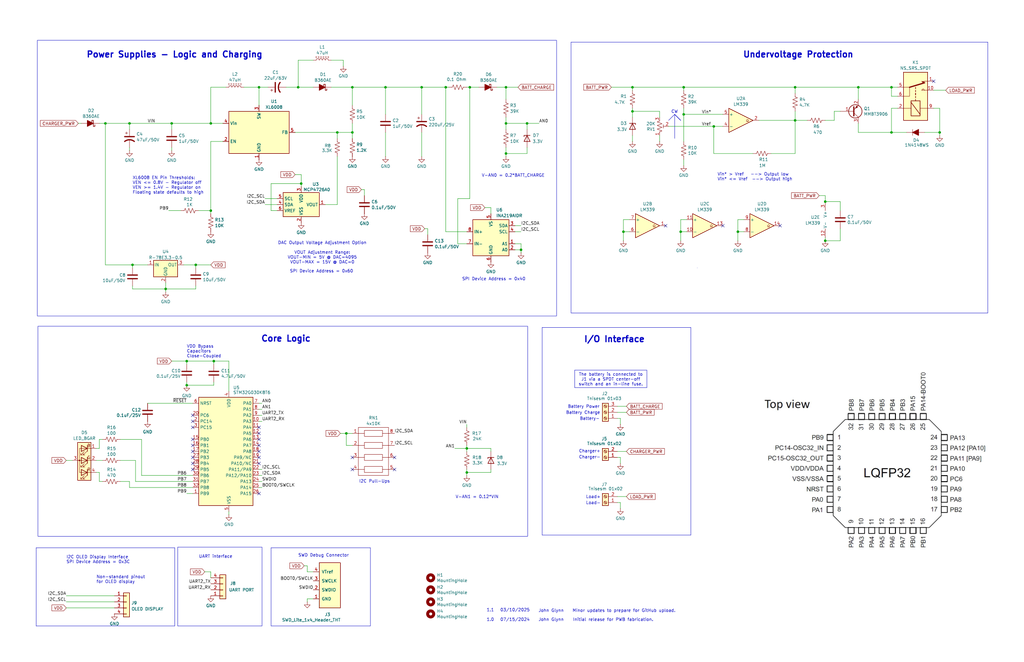
<source format=kicad_sch>
(kicad_sch (version 20250114) (generator "eeschema") (generator_version "9.0")
  (paper "B")
  (title_block (title "Smart Charger/Controller Board") (date "2025-03-10") (rev "1.1"))
  (lib_symbols
    (symbol "C_0.1uF_25V_MLCC_1206_SMD_1" (pin_numbers (hide yes)) (pin_names (offset 0.254))
      (property "Reference" "C" (at 3.048 1.016 0))
      (property "Value" "0.1uF/25V" (at 3.048 -1.27 0))
      (symbol "C_0.1uF_25V_MLCC_1206_SMD_1_1_1"
        (pin passive line (at 0 3.81 270) (length 2.794) (name "~") (number "1"))
        (pin passive line (at 0 -3.81 90) (length 2.794) (name "~") (number "2"))
      )
    )
    (symbol "C_0.1uF_50V_MLCC_0805_SMD_1" (pin_numbers (hide yes)) (pin_names (offset 0.254))
      (property "Reference" "C" (at 3.048 1.016 0))
      (property "Value" "0.1uF/50V" (at 3.048 -1.27 0))
      (symbol "C_0.1uF_50V_MLCC_0805_SMD_1_1_1"
        (pin passive line (at 0 3.81 270) (length 2.794) (name "~") (number "1"))
        (pin passive line (at 0 -3.81 90) (length 2.794) (name "~") (number "2"))
      )
    )
    (symbol "C_0.1uF_50V_MLCC_0805_SMD_2" (pin_numbers (hide yes)) (pin_names (offset 0.254))
      (property "Reference" "C" (at 3.048 1.016 0))
      (property "Value" "0.1uF/50V" (at 3.048 -1.27 0))
      (symbol "C_0.1uF_50V_MLCC_0805_SMD_2_1_1"
        (pin passive line (at 0 3.81 270) (length 2.794) (name "~") (number "1"))
        (pin passive line (at 0 -3.81 90) (length 2.794) (name "~") (number "2"))
      )
    )
    (symbol "C_10uF_50V_MLCC_1206_SMD_1" (pin_numbers (hide yes)) (pin_names (offset 0.254))
      (property "Reference" "C" (at 3.048 1.016 0))
      (property "Value" "10uF/50V" (at 3.048 -1.27 0))
      (symbol "C_10uF_50V_MLCC_1206_SMD_1_1_1"
        (pin passive line (at 0 3.81 270) (length 2.794) (name "~") (number "1"))
        (pin passive line (at 0 -3.81 90) (length 2.794) (name "~") (number "2"))
      )
    )
    (symbol "Library:C_0.1uF_25V_MLCC_1206_SMD" (pin_numbers (hide yes)) (pin_names (offset 0.254))
      (property "Reference" "C" (at 3.048 1.016 0))
      (property "Value" "0.1uF/25V" (at 3.048 -1.27 0))
      (symbol "C_0.1uF_25V_MLCC_1206_SMD_1_1"
        (pin passive line (at 0 3.81 270) (length 2.794) (name "~") (number "1"))
        (pin passive line (at 0 -3.81 90) (length 2.794) (name "~") (number "2"))
      )
    )
    (symbol "Library:C_0.1uF_50V_MLCC_0805_SMD" (pin_numbers (hide yes)) (pin_names (offset 0.254))
      (property "Reference" "C" (at 3.048 1.016 0))
      (property "Value" "0.1uF/50V" (at 3.048 -1.27 0))
      (symbol "C_0.1uF_50V_MLCC_0805_SMD_1_1"
        (pin passive line (at 0 3.81 270) (length 2.794) (name "~") (number "1"))
        (pin passive line (at 0 -3.81 90) (length 2.794) (name "~") (number "2"))
      )
    )
    (symbol "Library:C_10uF_50V_MLCC_1206_SMD" (pin_numbers (hide yes)) (pin_names (offset 0.254))
      (property "Reference" "C" (at 3.048 1.016 0))
      (property "Value" "10uF/50V" (at 3.048 -1.27 0))
      (symbol "C_10uF_50V_MLCC_1206_SMD_1_1"
        (pin passive line (at 0 3.81 270) (length 2.794) (name "~") (number "1"))
        (pin passive line (at 0 -3.81 90) (length 2.794) (name "~") (number "2"))
      )
    )
    (symbol "Library:C_1uF_50V_MLCC_1206_SMD" (pin_numbers (hide yes)) (pin_names (offset 0.254))
      (property "Reference" "C" (at 3.048 1.016 0) (show_name))
      (property "Value" "1uF/50V" (at 3.048 -1.27 0) (show_name))
      (symbol "C_1uF_50V_MLCC_1206_SMD_1_1"
        (pin passive line (at 0 3.81 270) (length 2.794) (name "~") (number "1"))
        (pin passive line (at 0 -3.81 90) (length 2.794) (name "~") (number "2"))
      )
    )
    (symbol "Library:C_220uF_25V_NCC_Al_Solid_THT_D8xL11.5mm" (pin_numbers (hide yes)) (pin_names (offset 0.254) (hide yes))
      (property "Reference" "C" (at 3.81 0.762 0))
      (property "Value" "220uF/50V" (at 3.81 -1.524 0))
      (symbol "C_220uF_25V_NCC_Al_Solid_THT_D8xL11.5mm_1_1"
        (pin passive line (at 0 3.81 270) (length 2.794) (name "~") (number "1"))
        (pin passive line (at 0 -3.81 90) (length 3.302) (name "~") (number "2"))
      )
    )
    (symbol "Library:C_22uF_63V_NCC_Hybrid_Al_SMD_D6.3xL7.7mm" (pin_numbers (hide yes)) (pin_names (offset 0.254) (hide yes))
      (property "Reference" "C" (at 3.81 0.762 0))
      (property "Value" "22uF/63V" (at 3.81 -1.524 0))
      (symbol "C_22uF_63V_NCC_Hybrid_Al_SMD_D6.3xL7.7mm_1_1"
        (pin passive line (at 0 3.81 270) (length 2.794) (name "~") (number "1"))
        (pin passive line (at 0 -3.81 90) (length 3.302) (name "~") (number "2"))
      )
    )
    (symbol "Library:C_4.7uF_50V_MLCC_1206_SMD" (pin_numbers (hide yes)) (pin_names (offset 0.254))
      (property "Reference" "C" (at 3.048 1.016 0))
      (property "Value" "4.7uF/50V" (at 3.048 -1.27 0))
      (symbol "C_4.7uF_50V_MLCC_1206_SMD_1_1"
        (pin passive line (at 0 3.81 270) (length 2.794) (name "~") (number "1"))
        (pin passive line (at 0 -3.81 90) (length 2.794) (name "~") (number "2"))
      )
    )
    (symbol "Library:C_47uF_50V_Al_Elec_SMD_D6.3xL7.7mm" (pin_numbers (hide yes)) (pin_names (offset 0.254) (hide yes))
      (property "Reference" "C" (at 3.81 0.762 0))
      (property "Value" "47uF/50V" (at 3.81 -1.524 0))
      (symbol "C_47uF_50V_Al_Elec_SMD_D6.3xL7.7mm_1_1"
        (pin passive line (at 0 3.81 270) (length 2.794) (name "~") (number "1"))
        (pin passive line (at 0 -3.81 90) (length 3.302) (name "~") (number "2"))
      )
    )
    (symbol "Library:Conn_01x04" (pin_names (offset 1.016) (hide yes))
      (property "Reference" "J" (at 0 5.08 0))
      (property "Value" "Conn_01x04" (at 0 -7.62 0))
      (symbol "Conn_01x04_1_1"
        (pin passive line (at -5.08 2.54 0) (length 3.81) (name "Pin_1") (number "1"))
        (pin passive line (at -5.08 0 0) (length 3.81) (name "Pin_2") (number "2"))
        (pin passive line (at -5.08 -2.54 0) (length 3.81) (name "Pin_3") (number "3"))
        (pin passive line (at -5.08 -5.08 0) (length 3.81) (name "Pin_4") (number "4"))
      )
    )
    (symbol "Library:Connector_SWD_Lite_1x4_Header_THT" (pin_names (offset 1.016))
      (property "Reference" "J?" (at 1.27 16.51 0))
      (property "Value" "SWD_Lite_1x4_Header_THT" (at 13.97 -6.35 0))
      (symbol "Connector_SWD_Lite_1x4_Header_THT_1_1"
        (pin power_in line (at -6.35 11.43 0) (length 2.54) (name "VTref") (number "4"))
        (pin input line (at -6.35 7.62 0) (length 2.54) (name "SWCLK") (number "3"))
        (pin bidirectional line (at -6.35 3.81 0) (length 2.54) (name "SWDIO") (number "2"))
        (pin power_in line (at -6.35 0 0) (length 2.54) (name "GND") (number "1"))
      )
    )
    (symbol "Library:D_1N41848WS_SMD" (pin_numbers (hide yes)) (pin_names (offset 1.016) (hide yes))
      (property "Reference" "D" (at 3.048 5.08 0))
      (property "Value" "1N4148WS" (at 3.81 2.794 0))
      (symbol "D_1N41848WS_SMD_1_1"
        (pin passive line (at 0 0 0) (length 2.54) (name "A") (number "2"))
        (pin passive line (at 7.62 0 180) (length 2.54) (name "K") (number "1"))
      )
    )
    (symbol "Library:D_B360AE_Schottky_SMD" (pin_numbers (hide yes)) (pin_names (offset 1.016) (hide yes))
      (property "Reference" "D" (at 3.048 5.08 0))
      (property "Value" "B360AE" (at 3.81 2.794 0))
      (symbol "D_B360AE_Schottky_SMD_1_1"
        (pin passive line (at 0 0 0) (length 2.54) (name "A") (number "2"))
        (pin passive line (at 7.62 0 180) (length 2.54) (name "K") (number "1"))
      )
    )
    (symbol "Library:D_Zener" (pin_numbers (hide yes)) (pin_names (offset 1.016) (hide yes))
      (property "Reference" "D" (at 0 2.54 0))
      (property "Value" "D_Zener" (at 0 -2.54 0))
      (symbol "D_Zener_1_1"
        (pin passive line (at -3.81 0 0) (length 2.54) (name "K") (number "1"))
        (pin passive line (at 3.81 0 180) (length 2.54) (name "A") (number "2"))
      )
    )
    (symbol "Library:GND" (power) (pin_numbers (hide yes)) (pin_names (offset 0) (hide yes))
      (property "Value" "GND" (at 0 -3.81 0))
      (symbol "GND_1_1"
        (pin power_in line (at 0 0 270) (length 0) (name "~") (number "1"))
      )
    )
    (symbol "Library:INA219AxD"
      (property "Reference" "U" (at 2.286 11.176 0))
      (property "Value" "INA219AIDR" (at 7.112 9.144 0))
      (symbol "INA219AxD_1_1"
        (pin input line (at -10.16 2.54 0) (length 2.54) (name "IN+") (number "8"))
        (pin input line (at -10.16 -2.54 0) (length 2.54) (name "IN-") (number "7"))
        (pin power_in line (at 0 10.16 270) (length 2.54) (name "VS") (number "5"))
        (pin power_in line (at 0 -10.16 90) (length 2.54) (name "GND") (number "6"))
        (pin bidirectional line (at 10.16 5.08 180) (length 2.54) (name "SDA") (number "3"))
        (pin input line (at 10.16 2.54 180) (length 2.54) (name "SCL") (number "4"))
        (pin input line (at 10.16 -2.54 180) (length 2.54) (name "A1") (number "1"))
        (pin input line (at 10.16 -5.08 180) (length 2.54) (name "A0") (number "2"))
      )
    )
    (symbol "Library:LED_RGB_THT_5mm_Chanzon" (pin_names (offset 0) (hide yes))
      (property "Reference" "D" (at 0 9.398 0))
      (property "Value" "LED_BGAR" (at 0 -8.89 0))
      (symbol "LED_RGB_THT_5mm_Chanzon_0_0"
        (text "R" (at -1.905 3.81 0) (effects (font (size 1.27 1.27))))
        (text "G" (at -1.905 -1.27 0) (effects (font (size 1.27 1.27))))
        (text "B" (at -1.905 -6.35 0) (effects (font (size 1.27 1.27))))
      )
      (symbol "LED_RGB_THT_5mm_Chanzon_1_1"
        (pin passive line (at -5.08 5.08 0) (length 2.54) (name "RK") (number "4"))
        (pin passive line (at -5.08 0 0) (length 2.54) (name "GK") (number "2"))
        (pin passive line (at -5.08 -5.08 0) (length 2.54) (name "BK") (number "1"))
        (pin passive line (at 5.08 0 180) (length 2.54) (name "A") (number "3"))
      )
    )
    (symbol "Library:LM339" (pin_names (offset 0.127))
      (property "Reference" "U" (at 0 5.08 0))
      (property "Value" "LM339" (at 0 -5.08 0))
      (symbol "LM339_1_1"
        (pin input line (at -7.62 2.54 0) (length 2.54) (name "+") (number "5"))
        (pin input line (at -7.62 -2.54 0) (length 2.54) (name "-") (number "4"))
        (pin open_collector line (at 7.62 0 180) (length 2.54) (name "~") (number "2"))
      )
      (symbol "LM339_2_1"
        (pin input line (at -7.62 2.54 0) (length 2.54) (name "+") (number "7"))
        (pin input line (at -7.62 -2.54 0) (length 2.54) (name "-") (number "6"))
        (pin open_collector line (at 7.62 0 180) (length 2.54) (name "~") (number "1"))
      )
      (symbol "LM339_3_1"
        (pin input line (at -7.62 2.54 0) (length 2.54) (name "+") (number "11"))
        (pin input line (at -7.62 -2.54 0) (length 2.54) (name "-") (number "10"))
        (pin open_collector line (at 7.62 0 180) (length 2.54) (name "~") (number "13"))
      )
      (symbol "LM339_4_1"
        (pin input line (at -7.62 2.54 0) (length 2.54) (name "+") (number "9"))
        (pin input line (at -7.62 -2.54 0) (length 2.54) (name "-") (number "8"))
        (pin open_collector line (at 7.62 0 180) (length 2.54) (name "~") (number "14"))
      )
      (symbol "LM339_5_1"
        (pin power_in line (at -2.54 7.62 270) (length 3.81) (name "V+") (number "3"))
        (pin power_in line (at -2.54 -7.62 90) (length 3.81) (name "V-") (number "12"))
      )
    )
    (symbol "Library:L_Sunlord_47uH_2.8A_SMD_10.0x11.5mm" (pin_numbers (hide yes)) (pin_names (offset 1.016) (hide yes))
      (property "Reference" "L" (at 3.556 -1.778 0))
      (property "Value" "47uH 2.8A 147mOhms" (at 5.08 -4.064 0))
      (symbol "L_Sunlord_47uH_2.8A_SMD_10.0x11.5mm_1_1"
        (pin passive line (at 0 0 0) (length 1.27) (name "1") (number "1"))
        (pin passive line (at 7.62 0 180) (length 1.27) (name "2") (number "2"))
      )
    )
    (symbol "Library:MCP4726A"
      (property "Reference" "U" (at -6.35 6.35 0))
      (property "Value" "MCP4726A" (at 8.89 6.35 0))
      (symbol "MCP4726A_1_1"
        (pin input line (at -10.16 2.54 0) (length 2.54) (name "SCL") (number "5"))
        (pin bidirectional line (at -10.16 0 0) (length 2.54) (name "SDA") (number "4"))
        (pin input line (at -10.16 -2.54 0) (length 2.54) (name "VREF") (number "6"))
        (pin power_in line (at 0 7.62 270) (length 2.54) (name "VDD") (number "3"))
        (pin power_in line (at 0 -7.62 90) (length 2.54) (name "VSS") (number "2"))
        (pin output line (at 10.16 0 180) (length 2.54) (name "VOUT") (number "1"))
      )
    )
    (symbol "Library:MMBT3906" (pin_names (offset 0) (hide yes))
      (property "Reference" "Q" (at 5.08 1.524 0))
      (property "Value" "MMBT3906" (at 5.08 -0.508 0))
      (symbol "MMBT3906_1_1"
        (pin input line (at -5.08 0 0) (length 5.715) (name "B") (number "1"))
        (pin passive line (at 2.54 5.08 270) (length 2.54) (name "C") (number "3"))
        (pin passive line (at 2.54 -5.08 90) (length 2.54) (name "E") (number "2"))
      )
    )
    (symbol "Library:MountingHole" (pin_names (offset 1.016))
      (property "Reference" "H" (at 0 5.08 0))
      (property "Value" "MountingHole" (at 0 3.175 0))
    )
    (symbol "Library:R-78E5.0-1.0" (pin_names (offset 0.254))
      (property "Reference" "U" (at -3.81 3.175 0))
      (property "Value" "R-78E5.0-1.0" (at 0 3.175 0))
      (symbol "R-78E5.0-1.0_1_1"
        (pin power_in line (at -7.62 0 0) (length 2.54) (name "IN") (number "1"))
        (pin power_in line (at 0 -7.62 90) (length 2.54) (name "GND") (number "2"))
        (pin power_out line (at 7.62 0 180) (length 2.54) (name "OUT") (number "3"))
      )
    )
    (symbol "Library:RN_4x0603_10K_Isolated_Array" (pin_names (hide yes))
      (property "Reference" "RN" (at -4.572 21.844 0))
      (property "Value" "4x10K" (at -4.318 19.304 0))
      (symbol "RN_4x0603_10K_Isolated_Array_1_1"
        (pin passive line (at -12.7 15.24 0) (length 2.54) (name "R1A") (number "1"))
        (pin passive line (at -12.7 10.16 0) (length 2.54) (name "R2A") (number "2"))
        (pin passive line (at -12.7 5.08 0) (length 2.54) (name "R3A") (number "3"))
        (pin passive line (at -12.7 0 0) (length 2.54) (name "R4A") (number "4"))
        (pin passive line (at 5.08 15.24 180) (length 2.54) (name "R1B") (number "8"))
        (pin passive line (at 5.08 10.16 180) (length 2.54) (name "R2B") (number "7"))
        (pin passive line (at 5.08 5.08 180) (length 2.54) (name "R3B") (number "6"))
        (pin passive line (at 5.08 0 180) (length 2.54) (name "R4B") (number "5"))
      )
    )
    (symbol "Library:R_Bourns_3362P_22K_Trim_THT" (pin_names (offset 1.016) (hide yes))
      (property "Reference" "RV" (at -3.81 1.27 0))
      (property "Value" "22K" (at -4.318 -1.27 0))
      (symbol "R_Bourns_3362P_22K_Trim_THT_1_1"
        (pin passive line (at 0 3.81 270) (length 1.27) (name "1") (number "1"))
        (pin passive line (at 0 -3.81 90) (length 1.27) (name "3") (number "3"))
        (pin passive line (at 3.81 0 180) (length 1.27) (name "2") (number "2"))
      )
    )
    (symbol "Library:R_SMD_1206" (pin_numbers (hide yes)) (pin_names (offset 0))
      (property "Reference" "R" (at 2.286 1.016 0))
      (property "Value" "TBD" (at 1.778 -1.27 0))
      (symbol "R_SMD_1206_1_1"
        (pin passive line (at 0 3.81 270) (length 1.27) (name "~") (number "1"))
        (pin passive line (at 0 -3.81 90) (length 1.27) (name "~") (number "2"))
      )
    )
    (symbol "Library:Relay_NS_SRS_SPDT"
      (property "Reference" "K" (at 0 10.16 0))
      (property "Value" "NS_SRS_SPDT" (at -3.302 -13.462 0))
      (symbol "Relay_NS_SRS_SPDT_1_1"
        (pin passive line (at -5.08 2.54 0) (length 2.54) (name "~") (number "5"))
        (pin passive line (at -5.08 -1.27 0) (length 2.54) (name "~") (number "6"))
        (pin passive line (at -5.08 -6.35 0) (length 2.54) (name "~") (number "2"))
        (pin passive line (at 10.16 5.08 180) (length 2.54) (name "~") (number "1"))
        (pin passive line (at 10.16 1.27 180) (length 2.54) (name "~") (number "10"))
        (pin passive line (at 10.16 -6.35 180) (length 2.54) (name "~") (number "9"))
      )
    )
    (symbol "Library:STM32G030K6Tx"
      (property "Reference" "U" (at -10.16 24.13 0))
      (property "Value" "STM32G030K6Tx" (at 5.08 24.13 0))
      (symbol "STM32G030K6Tx_1_1"
        (pin input line (at -12.7 20.32 0) (length 2.54) (name "NRST") (number "6"))
        (pin bidirectional line (at -12.7 15.24 0) (length 2.54) (name "PC6") (number "20"))
        (pin bidirectional line (at -12.7 12.7 0) (length 2.54) (name "PC14") (number "2"))
        (pin bidirectional line (at -12.7 10.16 0) (length 2.54) (name "PC15") (number "3"))
        (pin bidirectional line (at -12.7 5.08 0) (length 2.54) (name "PB0") (number "15"))
        (pin bidirectional line (at -12.7 2.54 0) (length 2.54) (name "PB1") (number "16"))
        (pin bidirectional line (at -12.7 0 0) (length 2.54) (name "PB2") (number "17"))
        (pin bidirectional line (at -12.7 -2.54 0) (length 2.54) (name "PB3") (number "27"))
        (pin bidirectional line (at -12.7 -5.08 0) (length 2.54) (name "PB4") (number "28"))
        (pin bidirectional line (at -12.7 -7.62 0) (length 2.54) (name "PB5") (number "29"))
        (pin bidirectional line (at -12.7 -10.16 0) (length 2.54) (name "PB6") (number "30"))
        (pin bidirectional line (at -12.7 -12.7 0) (length 2.54) (name "PB7") (number "31"))
        (pin bidirectional line (at -12.7 -15.24 0) (length 2.54) (name "PB8") (number "32"))
        (pin bidirectional line (at -12.7 -17.78 0) (length 2.54) (name "PB9") (number "1"))
        (pin power_in line (at 2.54 25.4 270) (length 2.54) (name "VDD") (number "4"))
        (pin power_in line (at 2.54 -25.4 90) (length 2.54) (name "VSS") (number "5"))
        (pin bidirectional line (at 15.24 20.32 180) (length 2.54) (name "PA0") (number "7"))
        (pin bidirectional line (at 15.24 17.78 180) (length 2.54) (name "PA1") (number "8"))
        (pin bidirectional line (at 15.24 15.24 180) (length 2.54) (name "PA2") (number "9"))
        (pin bidirectional line (at 15.24 12.7 180) (length 2.54) (name "PA3") (number "10"))
        (pin bidirectional line (at 15.24 10.16 180) (length 2.54) (name "PA4") (number "11"))
        (pin bidirectional line (at 15.24 7.62 180) (length 2.54) (name "PA5") (number "12"))
        (pin bidirectional line (at 15.24 5.08 180) (length 2.54) (name "PA6") (number "13"))
        (pin bidirectional line (at 15.24 2.54 180) (length 2.54) (name "PA7") (number "14"))
        (pin bidirectional line (at 15.24 0 180) (length 2.54) (name "PA8") (number "18"))
        (pin bidirectional line (at 15.24 -2.54 180) (length 2.54) (name "PA9/NC") (number "19"))
        (pin bidirectional line (at 15.24 -5.08 180) (length 2.54) (name "PA10/NC") (number "21"))
        (pin bidirectional line (at 15.24 -7.62 180) (length 2.54) (name "PA11/PA9") (number "22"))
        (pin bidirectional line (at 15.24 -10.16 180) (length 2.54) (name "PA12/PA10") (number "23"))
        (pin bidirectional line (at 15.24 -12.7 180) (length 2.54) (name "PA13") (number "24"))
        (pin bidirectional line (at 15.24 -15.24 180) (length 2.54) (name "PA14") (number "25"))
        (pin bidirectional line (at 15.24 -17.78 180) (length 2.54) (name "PA15") (number "26"))
      )
    )
    (symbol "Library:Screw_Terminal_01x02" (pin_names (offset 1.016) (hide yes))
      (property "Reference" "J" (at 0 2.54 0))
      (property "Value" "Screw_Terminal_01x02" (at 0 -5.08 0))
      (symbol "Screw_Terminal_01x02_1_1"
        (pin passive line (at -5.08 0 0) (length 3.81) (name "Pin_1") (number "1"))
        (pin passive line (at -5.08 -2.54 0) (length 3.81) (name "Pin_2") (number "2"))
      )
    )
    (symbol "Library:Screw_Terminal_01x03" (pin_names (offset 1.016) (hide yes))
      (property "Reference" "J" (at 0 5.08 0))
      (property "Value" "Screw_Terminal_01x03" (at 0 -5.08 0))
      (symbol "Screw_Terminal_01x03_1_1"
        (pin passive line (at -5.08 2.54 0) (length 3.81) (name "Pin_1") (number "1"))
        (pin passive line (at -5.08 0 0) (length 3.81) (name "Pin_2") (number "2"))
        (pin passive line (at -5.08 -2.54 0) (length 3.81) (name "Pin_3") (number "3"))
      )
    )
    (symbol "Library:XL6008"
      (property "Reference" "U" (at 17.78 9.144 0))
      (property "Value" "XL6008" (at 17.78 6.858 0))
      (symbol "XL6008_1_1"
        (pin power_in line (at 0 0 0) (length 2.54) (name "Vin") (number "4"))
        (pin input line (at 0 -7.62 0) (length 2.54) (name "EN") (number "2"))
        (pin input line (at 15.24 7.62 270) (length 2.54) (name "SW") (number "3"))
        (pin power_in line (at 15.24 -15.24 90) (length 2.54) (name "GND") (number "1"))
        (pin input line (at 30.48 -3.81 180) (length 2.54) (name "FB") (number "5"))
      )
    )
  )
  (rectangle (start 228.6 138.176) (end 291.338 225.806))
  (rectangle (start 114.3 231.14) (end 156.21 264.16))
  (rectangle (start 240.792 17.78) (end 416.56 132.08))
  (rectangle (start 294.005 113.03) (end 294.005 113.03))
  (rectangle (start 15.748 17.018) (end 234.696 133.35))
  (rectangle (start 74.93 230.886) (end 110.49 264.16))
  (rectangle (start 16.002 137.668) (end 222.504 226.314))
  (text "Battery Charge" (at 245.872 174.244 0) (effects (font (size 1.27 1.27))))
  (text "Battery-" (at 248.666 176.784 0) (effects (font (size 1.27 1.27))))
  (text "I/O Interface" (at 246.126 144.78 0) (effects (font (size 2.54 2.54) (thickness 0.508) (bold yes)) (justify left bottom)))
  (text "DAC Output Voltage Adjustment Option\n\nVOUT Adjustment Range:\nVOUT-MIN = 5V @ DAC=4095\nVOUT-MAX = 15V @ DAC=0\n" (at 135.89 106.68 0) (effects (font (size 1.27 1.27))))
  (text "Battery Power" (at 246.126 171.704 0) (effects (font (size 1.27 1.27))))
  (text "I2C Pull-Ups" (at 151.384 203.962 0) (effects (font (size 1.27 1.27)) (justify left bottom)))
  (text "VDD Bypass\nCapacitors\nClose-Coupled" (at 78.74 151.13 0) (effects (font (size 1.27 1.27)) (justify left bottom)))
  (text "Initial release for PWB fabrication." (at 258.572 261.62 0) (effects (font (size 1.27 1.27))))
  (text "Minor updates to prepare for GitHub upload." (at 263.144 257.81 0) (effects (font (size 1.27 1.27))))
  (text "Charger+" (at 248.666 190.5 0) (effects (font (size 1.27 1.27))))
  (text "1.0" (at 206.756 261.62 0) (effects (font (size 1.27 1.27))))
  (text "Power Supplies - Logic and Charging" (at 36.322 24.638 0) (effects (font (size 2.54 2.54) (thickness 0.508) (bold yes)) (justify left bottom)))
  (text "Non-standard pinout\nfor OLED display" (at 40.64 246.38 0) (effects (font (size 1.27 1.27)) (justify left bottom)))
  (text "I2C OLED Display Interface\nSPI Device Address = 0x3C" (at 27.94 236.22 0) (effects (font (size 1.27 1.27)) (justify left)))
  (text "Load+" (at 250.19 209.804 0) (effects (font (size 1.27 1.27))))
  (text "SPI Device Address = 0x60" (at 122.174 114.554 0) (effects (font (size 1.27 1.27)) (justify left)))
  (text "John Glynn" (at 232.41 257.81 0) (effects (font (size 1.27 1.27))))
  (text "Vin* > Vref   --> Output low\nVin* <= Vref  --> Output high" (at 302.514 76.454 0) (effects (font (size 1.27 1.27)) (justify left bottom)))
  (text "XL6008 EN Pin Thresholds:\nVEN <= 0.8V - Regulator off\nVEN >= 1.4V - Regulator on\nFloating state defaults to high" (at 55.88 78.232 0) (effects (font (size 1.27 1.27)) (justify left)))
  (text "03/10/2025" (at 217.17 257.556 0) (effects (font (size 1.27 1.27))))
  (text "Load-" (at 250.19 212.344 0) (effects (font (size 1.27 1.27))))
  (text "CW" (at 284.48 47.244 0) (effects (font (size 1.27 1.27))))
  (text "John Glynn" (at 232.41 261.62 0) (effects (font (size 1.27 1.27))))
  (text "V-AN1 = 0.12*VIN" (at 201.168 209.804 0) (effects (font (size 1.27 1.27))))
  (text "UART interface" (at 83.82 235.712 0) (effects (font (size 1.27 1.27)) (justify left bottom)))
  (text "V-AN0 = 0.2*BATT_CHARGE" (at 216.408 74.168 0) (effects (font (size 1.27 1.27))))
  (text "Undervoltage Protection" (at 313.182 24.638 0) (effects (font (size 2.54 2.54) (thickness 0.508) (bold yes)) (justify left bottom)))
  (text "Core Logic" (at 109.982 144.526 0) (effects (font (size 2.54 2.54) (thickness 0.508) (bold yes)) (justify left bottom)))
  (text "1.1" (at 206.756 257.556 0) (effects (font (size 1.27 1.27))))
  (text "07/15/2024" (at 217.17 261.62 0) (effects (font (size 1.27 1.27))))
  (text "Charger-" (at 248.666 193.04 0) (effects (font (size 1.27 1.27))))
  (text "SPI Device Address = 0x40" (at 194.818 117.856 0) (effects (font (size 1.27 1.27)) (justify left)))
  (text "SWD Debug Connector" (at 125.73 235.204 0) (effects (font (size 1.27 1.27)) (justify left bottom)))
  (text_box "The battery is connected to J1 via a SPDT center-off switch and an in-line fuse.\n" (at 242.316 156.21 0) (size 30.48 7.366) (margins 0.9525 0.9525 0.9525 0.9525) (effects (font (size 1.27 1.27)) (justify top)))
  (junction (at 335.28 36.83))
  (junction (at 125.73 36.83))
  (junction (at 148.59 55.88))
  (junction (at 213.36 36.83))
  (junction (at 196.85 199.39))
  (junction (at 311.15 97.79))
  (junction (at 82.55 111.76))
  (junction (at 148.59 36.83))
  (junction (at 288.29 48.26))
  (junction (at 88.9 52.07))
  (junction (at 177.8 36.83))
  (junction (at 90.17 152.4))
  (junction (at 198.12 36.83))
  (junction (at 288.29 36.83))
  (junction (at 196.85 189.23))
  (junction (at 72.39 52.07))
  (junction (at 361.95 36.83))
  (junction (at 162.56 36.83))
  (junction (at 347.98 85.09))
  (junction (at 375.92 55.88))
  (junction (at 287.02 97.79))
  (junction (at 109.22 36.83))
  (junction (at 266.7 36.83))
  (junction (at 88.9 88.9))
  (junction (at 78.74 152.4))
  (junction (at 335.28 50.8))
  (junction (at 55.88 111.76))
  (junction (at 54.61 52.07))
  (junction (at 347.98 101.6))
  (junction (at 127 77.47))
  (junction (at 219.71 105.41))
  (junction (at 78.74 162.56))
  (junction (at 213.36 52.07))
  (junction (at 69.85 121.92))
  (junction (at 187.96 36.83))
  (junction (at 300.99 53.34))
  (junction (at 266.7 46.99))
  (junction (at 262.89 97.79))
  (junction (at 146.05 182.88))
  (junction (at 396.24 55.88))
  (junction (at 375.92 36.83))
  (junction (at 142.24 55.88))
  (junction (at 222.25 52.07))
  (junction (at 213.36 64.77))
  (junction (at 44.45 52.07))
  (no_connect (at 109.22 195.58))
  (no_connect (at 280.67 95.25))
  (no_connect (at 81.28 180.34))
  (no_connect (at 109.22 180.34))
  (no_connect (at 109.22 190.5))
  (no_connect (at 81.28 187.96))
  (no_connect (at 166.37 198.12))
  (no_connect (at 81.28 190.5))
  (no_connect (at 109.22 182.88))
  (no_connect (at 304.8 95.25))
  (no_connect (at 81.28 195.58))
  (no_connect (at 109.22 187.96))
  (no_connect (at 109.22 185.42))
  (no_connect (at 166.37 193.04))
  (no_connect (at 148.59 198.12))
  (no_connect (at 81.28 177.8))
  (no_connect (at 81.28 185.42))
  (no_connect (at 109.22 208.28))
  (no_connect (at 393.7 34.29))
  (no_connect (at 81.28 175.26))
  (no_connect (at 81.28 193.04))
  (no_connect (at 148.59 193.04))
  (no_connect (at 328.93 95.25))
  (no_connect (at 81.28 198.12))
  (no_connect (at 109.22 193.04))
  (wire (pts (xy 260.35 193.04) (xy 261.62 193.04)))
  (wire (pts (xy 55.88 120.65) (xy 55.88 121.92)))
  (wire (pts (xy 196.85 187.96) (xy 196.85 189.23)))
  (wire (pts (xy 54.61 63.5) (xy 54.61 62.23)))
  (wire (pts (xy 142.24 66.04) (xy 142.24 86.36)))
  (wire (pts (xy 177.8 36.83) (xy 177.8 48.26)))
  (wire (pts (xy 129.54 252.73) (xy 129.54 254)))
  (polyline (pts (xy 73.66 231.14) (xy 73.66 264.16)))
  (wire (pts (xy 83.82 88.9) (xy 88.9 88.9)))
  (wire (pts (xy 44.45 52.07) (xy 54.61 52.07)))
  (wire (pts (xy 375.92 40.64) (xy 378.46 40.64)))
  (wire (pts (xy 213.36 64.77) (xy 222.25 64.77)))
  (wire (pts (xy 375.92 55.88) (xy 361.95 55.88)))
  (wire (pts (xy 219.71 95.25) (xy 217.17 95.25)))
  (wire (pts (xy 86.36 241.3) (xy 88.9 241.3)))
  (wire (pts (xy 33.02 52.07) (xy 34.29 52.07)))
  (wire (pts (xy 375.92 45.72) (xy 375.92 55.88)))
  (wire (pts (xy 144.78 25.4) (xy 144.78 27.94)))
  (wire (pts (xy 288.29 36.83) (xy 335.28 36.83)))
  (wire (pts (xy 311.15 92.71) (xy 311.15 97.79)))
  (wire (pts (xy 78.74 153.67) (xy 78.74 152.4)))
  (wire (pts (xy 88.9 88.9) (xy 88.9 90.17)))
  (wire (pts (xy 143.51 182.88) (xy 146.05 182.88)))
  (wire (pts (xy 27.94 194.31) (xy 30.48 194.31)))
  (wire (pts (xy 54.61 52.07) (xy 72.39 52.07)))
  (wire (pts (xy 57.15 203.2) (xy 81.28 203.2)))
  (wire (pts (xy 375.92 36.83) (xy 378.46 36.83)))
  (wire (pts (xy 50.8 185.42) (xy 59.69 185.42)))
  (wire (pts (xy 69.85 121.92) (xy 69.85 123.19)))
  (wire (pts (xy 57.15 194.31) (xy 57.15 203.2)))
  (wire (pts (xy 125.73 25.4) (xy 125.73 36.83)))
  (wire (pts (xy 361.95 41.91) (xy 361.95 36.83)))
  (wire (pts (xy 114.3 88.9) (xy 116.84 88.9)))
  (wire (pts (xy 311.15 97.79) (xy 311.15 101.6)))
  (polyline (pts (xy 15.24 231.14) (xy 73.66 231.14)))
  (wire (pts (xy 187.96 97.79) (xy 196.85 97.79)))
  (wire (pts (xy 207.01 198.12) (xy 207.01 199.39)))
  (wire (pts (xy 209.55 36.83) (xy 213.36 36.83)))
  (wire (pts (xy 361.95 36.83) (xy 375.92 36.83)))
  (wire (pts (xy 82.55 121.92) (xy 69.85 121.92)))
  (wire (pts (xy 110.49 172.72) (xy 109.22 172.72)))
  (wire (pts (xy 96.52 152.4) (xy 96.52 165.1)))
  (wire (pts (xy 148.59 36.83) (xy 148.59 44.45)))
  (wire (pts (xy 287.02 97.79) (xy 289.56 97.79)))
  (wire (pts (xy 396.24 55.88) (xy 396.24 57.15)))
  (wire (pts (xy 320.04 50.8) (xy 335.28 50.8)))
  (wire (pts (xy 27.94 251.46) (xy 48.26 251.46)))
  (wire (pts (xy 146.05 182.88) (xy 146.05 187.96)))
  (wire (pts (xy 260.35 171.45) (xy 264.16 171.45)))
  (wire (pts (xy 288.29 45.72) (xy 288.29 48.26)))
  (wire (pts (xy 44.45 111.76) (xy 55.88 111.76)))
  (wire (pts (xy 41.91 52.07) (xy 44.45 52.07)))
  (wire (pts (xy 27.94 256.54) (xy 48.26 256.54)))
  (wire (pts (xy 264.16 190.5) (xy 260.35 190.5)))
  (wire (pts (xy 110.49 177.8) (xy 109.22 177.8)))
  (wire (pts (xy 102.87 36.83) (xy 109.22 36.83)))
  (wire (pts (xy 62.23 170.18) (xy 81.28 170.18)))
  (wire (pts (xy 88.9 241.3) (xy 88.9 243.84)))
  (wire (pts (xy 375.92 36.83) (xy 375.92 40.64)))
  (wire (pts (xy 177.8 36.83) (xy 187.96 36.83)))
  (wire (pts (xy 142.24 55.88) (xy 148.59 55.88)))
  (wire (pts (xy 222.25 52.07) (xy 213.36 52.07)))
  (wire (pts (xy 187.96 36.83) (xy 189.23 36.83)))
  (wire (pts (xy 40.64 194.31) (xy 43.18 194.31)))
  (wire (pts (xy 313.69 92.71) (xy 311.15 92.71)))
  (wire (pts (xy 219.71 97.79) (xy 217.17 97.79)))
  (wire (pts (xy 55.88 113.03) (xy 55.88 111.76)))
  (wire (pts (xy 287.02 97.79) (xy 287.02 101.6)))
  (wire (pts (xy 59.69 200.66) (xy 81.28 200.66)))
  (wire (pts (xy 90.17 162.56) (xy 90.17 161.29)))
  (wire (pts (xy 129.54 241.3) (xy 132.08 241.3)))
  (wire (pts (xy 217.17 105.41) (xy 219.71 105.41)))
  (wire (pts (xy 300.99 64.77) (xy 317.5 64.77)))
  (wire (pts (xy 40.64 189.23) (xy 41.91 189.23)))
  (wire (pts (xy 262.89 92.71) (xy 262.89 97.79)))
  (wire (pts (xy 88.9 36.83) (xy 95.25 36.83)))
  (wire (pts (xy 44.45 52.07) (xy 44.45 111.76)))
  (wire (pts (xy 281.94 53.34) (xy 300.99 53.34)))
  (wire (pts (xy 354.33 85.09) (xy 354.33 88.9)))
  (wire (pts (xy 88.9 52.07) (xy 88.9 36.83)))
  (wire (pts (xy 193.04 102.87) (xy 196.85 102.87)))
  (wire (pts (xy 162.56 66.04) (xy 162.56 55.88)))
  (wire (pts (xy 207.01 87.63) (xy 207.01 90.17)))
  (wire (pts (xy 124.46 73.66) (xy 127 73.66)))
  (wire (pts (xy 266.7 36.83) (xy 266.7 38.1)))
  (wire (pts (xy 213.36 66.04) (xy 213.36 64.77)))
  (polyline (pts (xy 284.48 58.42) (xy 284.48 48.26)))
  (wire (pts (xy 110.49 198.12) (xy 109.22 198.12)))
  (wire (pts (xy 41.91 185.42) (xy 43.18 185.42)))
  (wire (pts (xy 132.08 36.83) (xy 125.73 36.83)))
  (wire (pts (xy 125.73 25.4) (xy 132.08 25.4)))
  (wire (pts (xy 311.15 97.79) (xy 313.69 97.79)))
  (wire (pts (xy 137.16 86.36) (xy 142.24 86.36)))
  (wire (pts (xy 262.89 97.79) (xy 265.43 97.79)))
  (wire (pts (xy 261.62 193.04) (xy 261.62 195.58)))
  (wire (pts (xy 72.39 152.4) (xy 78.74 152.4)))
  (wire (pts (xy 152.4 80.01) (xy 153.67 80.01)))
  (wire (pts (xy 213.36 64.77) (xy 213.36 62.23)))
  (wire (pts (xy 278.13 46.99) (xy 278.13 49.53)))
  (wire (pts (xy 110.49 170.18) (xy 109.22 170.18)))
  (wire (pts (xy 82.55 120.65) (xy 82.55 121.92)))
  (wire (pts (xy 72.39 52.07) (xy 88.9 52.07)))
  (wire (pts (xy 71.12 88.9) (xy 76.2 88.9)))
  (wire (pts (xy 127 77.47) (xy 114.3 77.47)))
  (wire (pts (xy 354.33 46.99) (xy 351.79 46.99)))
  (wire (pts (xy 335.28 50.8) (xy 335.28 46.99)))
  (wire (pts (xy 196.85 199.39) (xy 196.85 198.12)))
  (wire (pts (xy 109.22 36.83) (xy 113.03 36.83)))
  (wire (pts (xy 128.27 238.76) (xy 129.54 238.76)))
  (wire (pts (xy 139.7 36.83) (xy 148.59 36.83)))
  (wire (pts (xy 78.74 208.28) (xy 81.28 208.28)))
  (wire (pts (xy 213.36 36.83) (xy 218.44 36.83)))
  (wire (pts (xy 261.62 212.09) (xy 261.62 214.63)))
  (wire (pts (xy 213.36 49.53) (xy 213.36 52.07)))
  (wire (pts (xy 78.74 162.56) (xy 78.74 161.29)))
  (wire (pts (xy 266.7 36.83) (xy 288.29 36.83)))
  (wire (pts (xy 54.61 205.74) (xy 81.28 205.74)))
  (wire (pts (xy 54.61 203.2) (xy 54.61 205.74)))
  (wire (pts (xy 125.73 36.83) (xy 120.65 36.83)))
  (wire (pts (xy 213.36 52.07) (xy 213.36 54.61)))
  (wire (pts (xy 260.35 212.09) (xy 261.62 212.09)))
  (wire (pts (xy 213.36 36.83) (xy 213.36 41.91)))
  (wire (pts (xy 139.7 25.4) (xy 144.78 25.4)))
  (wire (pts (xy 129.54 238.76) (xy 129.54 241.3)))
  (wire (pts (xy 127 77.47) (xy 127 78.74)))
  (polyline (pts (xy 287.02 50.8) (xy 284.48 48.26)))
  (wire (pts (xy 378.46 45.72) (xy 375.92 45.72)))
  (wire (pts (xy 266.7 45.72) (xy 266.7 46.99)))
  (wire (pts (xy 148.59 52.07) (xy 148.59 55.88)))
  (wire (pts (xy 266.7 57.15) (xy 266.7 59.69)))
  (wire (pts (xy 266.7 49.53) (xy 266.7 46.99)))
  (wire (pts (xy 88.9 59.69) (xy 88.9 88.9)))
  (wire (pts (xy 219.71 105.41) (xy 219.71 106.68)))
  (wire (pts (xy 288.29 48.26) (xy 288.29 59.69)))
  (wire (pts (xy 96.52 215.9) (xy 96.52 217.17)))
  (wire (pts (xy 335.28 36.83) (xy 361.95 36.83)))
  (wire (pts (xy 262.89 97.79) (xy 262.89 101.6)))
  (wire (pts (xy 40.64 199.39) (xy 41.91 199.39)))
  (polyline (pts (xy 284.48 48.26) (xy 281.94 50.8)))
  (wire (pts (xy 300.99 64.77) (xy 300.99 53.34)))
  (wire (pts (xy 27.94 254) (xy 48.26 254)))
  (wire (pts (xy 198.12 83.82) (xy 193.04 83.82)))
  (wire (pts (xy 41.91 199.39) (xy 41.91 203.2)))
  (wire (pts (xy 78.74 152.4) (xy 90.17 152.4)))
  (wire (pts (xy 347.98 82.55) (xy 347.98 85.09)))
  (wire (pts (xy 257.81 36.83) (xy 266.7 36.83)))
  (wire (pts (xy 179.07 96.52) (xy 180.34 96.52)))
  (wire (pts (xy 222.25 52.07) (xy 222.25 54.61)))
  (wire (pts (xy 129.54 252.73) (xy 132.08 252.73)))
  (polyline (pts (xy 73.66 264.16) (xy 15.24 264.16)))
  (wire (pts (xy 361.95 52.07) (xy 361.95 55.88)))
  (wire (pts (xy 69.85 119.38) (xy 69.85 121.92)))
  (wire (pts (xy 196.85 179.07) (xy 196.85 180.34)))
  (wire (pts (xy 222.25 62.23) (xy 222.25 64.77)))
  (wire (pts (xy 148.59 36.83) (xy 162.56 36.83)))
  (wire (pts (xy 398.78 38.1) (xy 393.7 38.1)))
  (wire (pts (xy 111.76 83.82) (xy 116.84 83.82)))
  (wire (pts (xy 393.7 45.72) (xy 396.24 45.72)))
  (wire (pts (xy 207.01 189.23) (xy 207.01 190.5)))
  (wire (pts (xy 196.85 189.23) (xy 207.01 189.23)))
  (wire (pts (xy 335.28 36.83) (xy 335.28 39.37)))
  (wire (pts (xy 162.56 36.83) (xy 162.56 48.26)))
  (wire (pts (xy 196.85 190.5) (xy 196.85 189.23)))
  (wire (pts (xy 146.05 187.96) (xy 148.59 187.96)))
  (wire (pts (xy 88.9 59.69) (xy 93.98 59.69)))
  (wire (pts (xy 110.49 200.66) (xy 109.22 200.66)))
  (wire (pts (xy 375.92 55.88) (xy 382.27 55.88)))
  (wire (pts (xy 354.33 96.52) (xy 354.33 101.6)))
  (wire (pts (xy 287.02 92.71) (xy 287.02 97.79)))
  (wire (pts (xy 335.28 64.77) (xy 335.28 50.8)))
  (wire (pts (xy 59.69 185.42) (xy 59.69 200.66)))
  (wire (pts (xy 389.89 55.88) (xy 396.24 55.88)))
  (wire (pts (xy 265.43 92.71) (xy 262.89 92.71)))
  (wire (pts (xy 111.76 86.36) (xy 116.84 86.36)))
  (wire (pts (xy 264.16 209.55) (xy 260.35 209.55)))
  (wire (pts (xy 50.8 203.2) (xy 54.61 203.2)))
  (wire (pts (xy 162.56 36.83) (xy 177.8 36.83)))
  (wire (pts (xy 264.16 173.99) (xy 260.35 173.99)))
  (wire (pts (xy 41.91 203.2) (xy 43.18 203.2)))
  (wire (pts (xy 288.29 36.83) (xy 288.29 38.1)))
  (wire (pts (xy 345.44 82.55) (xy 347.98 82.55)))
  (wire (pts (xy 109.22 36.83) (xy 109.22 44.45)))
  (wire (pts (xy 153.67 80.01) (xy 153.67 82.55)))
  (wire (pts (xy 304.8 48.26) (xy 288.29 48.26)))
  (polyline (pts (xy 287.02 50.8) (xy 284.48 48.26)))
  (wire (pts (xy 351.79 46.99) (xy 351.79 50.8)))
  (wire (pts (xy 187.96 36.83) (xy 187.96 97.79)))
  (wire (pts (xy 261.62 176.53) (xy 261.62 179.07)))
  (wire (pts (xy 88.9 52.07) (xy 93.98 52.07)))
  (wire (pts (xy 109.22 205.74) (xy 110.49 205.74)))
  (wire (pts (xy 196.85 36.83) (xy 198.12 36.83)))
  (wire (pts (xy 142.24 58.42) (xy 142.24 55.88)))
  (wire (pts (xy 347.98 101.6) (xy 347.98 100.33)))
  (wire (pts (xy 54.61 52.07) (xy 54.61 54.61)))
  (wire (pts (xy 127 73.66) (xy 127 77.47)))
  (wire (pts (xy 110.49 203.2) (xy 109.22 203.2)))
  (wire (pts (xy 227.33 52.07) (xy 222.25 52.07)))
  (wire (pts (xy 196.85 200.66) (xy 196.85 199.39)))
  (wire (pts (xy 180.34 96.52) (xy 180.34 99.06)))
  (wire (pts (xy 50.8 194.31) (xy 57.15 194.31)))
  (wire (pts (xy 90.17 152.4) (xy 96.52 152.4)))
  (wire (pts (xy 219.71 102.87) (xy 219.71 105.41)))
  (wire (pts (xy 72.39 52.07) (xy 72.39 54.61)))
  (wire (pts (xy 198.12 36.83) (xy 201.93 36.83)))
  (wire (pts (xy 77.47 111.76) (xy 82.55 111.76)))
  (wire (pts (xy 69.85 121.92) (xy 55.88 121.92)))
  (wire (pts (xy 217.17 102.87) (xy 219.71 102.87)))
  (wire (pts (xy 72.39 63.5) (xy 72.39 62.23)))
  (wire (pts (xy 90.17 153.67) (xy 90.17 152.4)))
  (wire (pts (xy 124.46 55.88) (xy 142.24 55.88)))
  (wire (pts (xy 146.05 182.88) (xy 148.59 182.88)))
  (wire (pts (xy 41.91 189.23) (xy 41.91 185.42)))
  (wire (pts (xy 278.13 57.15) (xy 278.13 59.69)))
  (wire (pts (xy 325.12 64.77) (xy 335.28 64.77)))
  (wire (pts (xy 204.47 87.63) (xy 207.01 87.63)))
  (wire (pts (xy 300.99 53.34) (xy 304.8 53.34)))
  (wire (pts (xy 347.98 50.8) (xy 351.79 50.8)))
  (wire (pts (xy 114.3 77.47) (xy 114.3 88.9)))
  (wire (pts (xy 260.35 176.53) (xy 261.62 176.53)))
  (wire (pts (xy 78.74 162.56) (xy 90.17 162.56)))
  (wire (pts (xy 198.12 36.83) (xy 198.12 83.82)))
  (polyline (pts (xy 15.24 231.14) (xy 15.24 264.16)))
  (wire (pts (xy 82.55 111.76) (xy 88.9 111.76)))
  (wire (pts (xy 196.85 199.39) (xy 207.01 199.39)))
  (wire (pts (xy 177.8 66.04) (xy 177.8 55.88)))
  (wire (pts (xy 396.24 45.72) (xy 396.24 55.88)))
  (wire (pts (xy 335.28 50.8) (xy 340.36 50.8)))
  (wire (pts (xy 148.59 55.88) (xy 148.59 58.42)))
  (wire (pts (xy 266.7 46.99) (xy 278.13 46.99)))
  (wire (pts (xy 289.56 92.71) (xy 287.02 92.71)))
  (wire (pts (xy 82.55 113.03) (xy 82.55 111.76)))
  (wire (pts (xy 288.29 67.31) (xy 288.29 69.85)))
  (wire (pts (xy 191.77 189.23) (xy 196.85 189.23)))
  (wire (pts (xy 193.04 83.82) (xy 193.04 102.87)))
  (wire (pts (xy 347.98 85.09) (xy 354.33 85.09)))
  (wire (pts (xy 354.33 101.6) (xy 347.98 101.6)))
  (wire (pts (xy 110.49 175.26) (xy 109.22 175.26)))
  (wire (pts (xy 55.88 111.76) (xy 62.23 111.76)))
  (image (at 368.808 194.818) (scale 1.15109))
  (label "Vin*" (at 295.91 48.26 0))
  (label "VIN" (at 196.85 179.07 180))
  (label "UART2_RX" (at 110.49 177.8 0))
  (label "I2C_SDA" (at 27.94 251.46 180))
  (label "I2C_SDA" (at 166.37 182.88 0))
  (label "I2C_SCL" (at 110.49 198.12 0))
  (label "BOOT0{slash}SWCLK" (at 132.08 245.11 180))
  (label "AN1" (at 110.49 172.72 0))
  (label "SWDIO" (at 132.08 248.92 180))
  (label "PB8" (at 78.74 205.74 180))
  (label "AN0" (at 227.33 52.07 0))
  (label "I2C_SDA" (at 111.76 86.36 180))
  (label "I2C_SCL" (at 219.71 97.79 0))
  (label "I2C_SCL" (at 27.94 254 180))
  (label "I2C_SDA" (at 110.49 200.66 0))
  (label "~{RESET}" (at 78.74 170.18 180) (effects (font (size 1.2446 1.2446))))
  (label "UART2_TX" (at 110.49 175.26 0))
  (label "PB9" (at 78.74 208.28 180))
  (label "BOOT0{slash}SWCLK" (at 110.49 205.74 0))
  (label "PB7" (at 78.74 203.2 180))
  (label "SWDIO" (at 110.49 203.2 0))
  (label "PB6" (at 78.74 200.66 180))
  (label "UART2_RX" (at 88.9 248.92 180))
  (label "AN1" (at 191.77 189.23 180))
  (label "I2C_SCL" (at 111.76 83.82 180))
  (label "VIN" (at 62.23 52.07 0))
  (label "I2C_SDA" (at 219.71 95.25 0))
  (label "AN0" (at 110.49 170.18 0))
  (label "PB9" (at 71.12 88.9 180))
  (label "Vref" (at 295.91 53.34 0))
  (label "UART2_TX" (at 88.9 246.38 180))
  (label "I2C_SCL" (at 166.37 187.96 0))
  (global_label "BATT_CHARGE" (shape input) (at 218.44 36.83 0) (property "Intersheetrefs" "${INTERSHEET_REFS}" (effects (hide yes))))
  (global_label "VDD" (shape input) (at 27.94 194.31 180) (property "Intersheetrefs" "${INTERSHEET_REFS}" (effects (hide yes))))
  (global_label "BATT_PWR" (shape input) (at 264.16 173.99 0) (property "Intersheetrefs" "${INTERSHEET_REFS}" (effects (hide yes))))
  (global_label "VDD" (shape input) (at 128.27 238.76 180) (property "Intersheetrefs" "${INTERSHEET_REFS}" (effects (hide yes))))
  (global_label "LOAD_PWR" (shape input) (at 398.78 38.1 0) (property "Intersheetrefs" "${INTERSHEET_REFS}" (effects (hide yes))))
  (global_label "VDD" (shape input) (at 72.39 152.4 180) (property "Intersheetrefs" "${INTERSHEET_REFS}" (effects (hide yes))))
  (global_label "VDD" (shape input) (at 204.47 87.63 180) (property "Intersheetrefs" "${INTERSHEET_REFS}" (effects (hide yes))))
  (global_label "LOAD_PWR" (shape input) (at 264.16 209.55 0) (property "Intersheetrefs" "${INTERSHEET_REFS}" (effects (hide yes))))
  (global_label "VDD" (shape input) (at 152.4 80.01 180) (property "Intersheetrefs" "${INTERSHEET_REFS}" (effects (hide yes))))
  (global_label "VDD" (shape input) (at 179.07 96.52 180) (property "Intersheetrefs" "${INTERSHEET_REFS}" (effects (hide yes))))
  (global_label "BATT_PWR" (shape input) (at 345.44 82.55 180) (property "Intersheetrefs" "${INTERSHEET_REFS}" (effects (hide yes))))
  (global_label "CHARGER_PWR" (shape input) (at 33.02 52.07 180) (property "Intersheetrefs" "${INTERSHEET_REFS}" (effects (hide yes))))
  (global_label "BATT_CHARGE" (shape input) (at 264.16 171.45 0) (property "Intersheetrefs" "${INTERSHEET_REFS}" (effects (hide yes))))
  (global_label "CHARGER_PWR" (shape input) (at 264.16 190.5 0) (property "Intersheetrefs" "${INTERSHEET_REFS}" (effects (hide yes))))
  (global_label "VDD" (shape input) (at 88.9 111.76 0) (property "Intersheetrefs" "${INTERSHEET_REFS}" (effects (hide yes))))
  (global_label "VDD" (shape input) (at 124.46 73.66 180) (property "Intersheetrefs" "${INTERSHEET_REFS}" (effects (hide yes))))
  (global_label "VDD" (shape input) (at 86.36 241.3 180) (property "Intersheetrefs" "${INTERSHEET_REFS}" (effects (hide yes))))
  (global_label "VDD" (shape input) (at 143.51 182.88 180) (property "Intersheetrefs" "${INTERSHEET_REFS}" (effects (hide yes))))
  (global_label "BATT_PWR" (shape input) (at 257.81 36.83 180) (property "Intersheetrefs" "${INTERSHEET_REFS}" (effects (hide yes))))
  (global_label "VDD" (shape input) (at 27.94 256.54 180) (property "Intersheetrefs" "${INTERSHEET_REFS}" (effects (hide yes))))
  (symbol (lib_id "Library:D_B360AE_Schottky_SMD") (at 132.08 36.83 0) (unit 1)
    (property "Reference" "D1" (at 136.2075 31.4155 0))
    (property "Value" "B360AE" (at 136.2075 33.8398 0))
    (property "Footprint" "Diode_SMD:D_SMA_Handsoldering" (effects (hide yes)))
    (property "Datasheet" "http://192.168.1.75/data-sheets/Diodes/Diodes%20Inc%20B350-B360AE%203A%20Low-Leakage%20Schottky%20Rectifiers.pdf" (effects (hide yes)))
    (property "Description" "Schottky Diode SMD SMA 3A 60V Low-Leakage" (effects (hide yes)))
    (property "Supplier" "LCSC" (effects (hide yes)))
    (property "Supplier P/N" "C412514" (effects (hide yes)))
    (property "Manufacturer" "Diodes Inc" (effects (hide yes)))
    (property "Mfr P/N" "B360AE-13" (effects (hide yes)))
    (property "Comments" "N/A" (effects (hide yes)))
    (property "Type" "SMD" (effects (hide yes)))
    (property "Package" "SMA (DO214AC)" (effects (hide yes)))
  )
  (symbol (lib_id "Library:Screw_Terminal_01x02") (at 255.27 193.04 180) (unit 1)
    (property "Reference" "J5" (at 256.032 185.166 0) (effects (justify left)))
    (property "Value" "Tnisesm 01x02" (at 262.128 187.198 0) (effects (justify left)))
    (property "Footprint" "AAA_John:TerminalBlock_Tnisesm_Screw_1x02_P5.00mm" (effects (hide yes)))
    (property "Description" "Tnisesm Terminal Block P5mm 1x2" (effects (hide yes)))
  )
  (symbol (lib_id "Library:C_4.7uF_50V_MLCC_1206_SMD") (at 90.17 157.48 0) (unit 1)
    (property "Reference" "C11" (at 93.218 156.464 0) (effects (justify left)))
    (property "Value" "4.7uF/50V" (at 93.218 158.75 0) (effects (justify left)))
    (property "Footprint" "Capacitor_SMD:C_1206_3216Metric_Pad1.33x1.80mm_HandSolder" (effects (hide yes)))
    (property "Datasheet" "http://192.168.1.75/data-sheets/Capacitors/Samsung%20MLCC%20Capacitors%20Catalog.pdf" (effects (hide yes)))
    (property "Description" "MLCC Capacitor SMD 1206 4.7uF 50V X7R" (effects (hide yes)))
    (property "Manufacturer" "Samsung" (effects (hide yes)))
    (property "Mfr P/N" "CL31B475KBHNNNE" (effects (hide yes)))
    (property "Supplier" "LCSC" (effects (hide yes)))
    (property "Supplier P/N" "C51205" (effects (hide yes)))
    (property "Comments" "Also available from Digikey" (effects (hide yes)))
    (property "Type" "SMD" (effects (hide yes)))
    (property "Package" "1206" (effects (hide yes)))
  )
  (symbol (lib_id "Library:R_SMD_1206") (at 196.85 194.31 0) (unit 1)
    (property "Reference" "R18" (at 199.136 193.04 0) (effects (justify left)))
    (property "Value" "3.3K" (at 199.136 195.326 0) (effects (justify left)))
    (property "Footprint" "Resistor_SMD:R_1206_3216Metric_Pad1.30x1.75mm_HandSolder" (effects (hide yes)))
    (property "Description" "Resistor SMD 1206" (effects (hide yes)))
    (property "Manufacturer" "Various" (effects (hide yes)))
    (property "Mfr P/N" "TBD" (effects (hide yes)))
    (property "Supplier" "LCSC" (effects (hide yes)))
    (property "Supplier P/N" "TBD" (effects (hide yes)))
    (property "Comments" "N/A" (effects (hide yes)))
  )
  (symbol (lib_name "C_10uF_50V_MLCC_1206_SMD_1") (lib_id "Library:C_10uF_50V_MLCC_1206_SMD_1") (at 55.88 116.84 0) (unit 1)
    (property "Reference" "C8" (at 50.292 116.078 0) (effects (justify left)))
    (property "Value" "10uF/50V" (at 43.18 118.364 0) (effects (justify left)))
    (property "Footprint" "Capacitor_SMD:C_1206_3216Metric_Pad1.33x1.80mm_HandSolder" (effects (hide yes)))
    (property "Datasheet" "http://192.168.1.75/data-sheets/Capacitors/Samsung%20MLCC%20Standard%20&%20High%20Capacitors.pdf" (effects (hide yes)))
    (property "Description" "MLCC Capacitor SMD 1206 10uF 50V X7R" (effects (hide yes)))
    (property "Manufacturer" "Samsung" (effects (hide yes)))
    (property "Mfr P/N" "CL31B106KBHNNNE" (effects (hide yes)))
    (property "Supplier" "LCSC" (effects (hide yes)))
    (property "Supplier P/N" "C89632" (effects (hide yes)))
    (property "Comments" "Replaces X5R version CL31A106MBHNNNE, also available from Digikey" (effects (hide yes)))
    (property "Type" "SMD" (effects (hide yes)))
    (property "Package" "1206" (effects (hide yes)))
  )
  (symbol (lib_id "Library:MountingHole") (at 181.61 259.08 0) (unit 1)
    (property "Reference" "H4" (at 184.15 257.9116 0) (effects (justify left)))
    (property "Value" "MountingHole" (at 184.15 260.223 0) (effects (justify left)))
    (property "Footprint" "AAA_John:MountingHole_#4-40_Screw" (effects (hide yes)))
  )
  (symbol (lib_id "Library:MountingHole") (at 181.61 254 0) (unit 1)
    (property "Reference" "H3" (at 184.15 252.8316 0) (effects (justify left)))
    (property "Value" "MountingHole" (at 184.15 255.143 0) (effects (justify left)))
    (property "Footprint" "AAA_John:MountingHole_#4-40_Screw" (effects (hide yes)))
  )
  (symbol (lib_id "Library:C_220uF_25V_NCC_Al_Solid_THT_D8xL11.5mm") (at 177.8 52.07 0) (unit 1)
    (property "Reference" "C3" (at 180.721 50.2228 0) (effects (justify left)))
    (property "Value" "220uF/25V" (at 180.721 52.6471 0) (effects (justify left)))
    (property "Footprint" "Capacitor_THT:CP_Radial_D8.0mm_P3.50mm" (effects (hide yes)))
    (property "Datasheet" "http://192.168.1.75/data-sheets/Capacitors/NCC%20PSG%20Series%20Radial%20Solid%20Polymer%20Aluminum%20Capacitors.pdf" (effects (hide yes)))
    (property "Description" "Solid Al Capacitor Radial D8xP3.5xL11.5mm 220uF 25V 4.65A@100kHz" (effects (hide yes)))
    (property "Supplier" "LCSC" (effects (hide yes)))
    (property "Supplier P/N" "C133440" (effects (hide yes)))
    (property "Manufacturer" "NCC" (effects (hide yes)))
    (property "Mfr P/N" "APSG250ELL221MHB5S" (effects (hide yes)))
    (property "Comments" "N/A" (effects (hide yes)))
    (property "Type" "THT" (effects (hide yes)))
    (property "Package" "D8.0xP3.5xL11.5mm" (effects (hide yes)))
  )
  (symbol (lib_id "Library:C_47uF_50V_Al_Elec_SMD_D6.3xL7.7mm") (at 54.61 58.42 0) (unit 1)
    (property "Reference" "C4" (at 57.531 56.5728 0) (effects (justify left)))
    (property "Value" "47uF/50V" (at 57.531 58.9971 0) (effects (justify left)))
    (property "Footprint" "Capacitor_SMD:CP_Elec_6.3x7.7" (effects (hide yes)))
    (property "Datasheet" "http://192.168.1.75/data-sheets/Capacitors/Nichicon%20UUD%20Series%20SMD%20Al%20Electrolytic%20Capacitors.pdf" (effects (hide yes)))
    (property "Description" "Al Electrolytic Capacitor SMD D6.3xL7.7mm 47uF 50V 230mA@10kHz" (effects (hide yes)))
    (property "Manufacturer" "Nichicon" (effects (hide yes)))
    (property "Mfr P/N" "UUD1H470MCL1GS" (effects (hide yes)))
    (property "Supplier" "LCSC" (effects (hide yes)))
    (property "Supplier P/N" "C445256" (effects (hide yes)))
    (property "Comments" "N/A" (effects (hide yes)))
    (property "Type" "SMD" (effects (hide yes)))
    (property "Package" "D6.3xL7.7mm" (effects (hide yes)))
  )
  (symbol (lib_id "Library:LM339") (at 273.05 95.25 0) (unit 2)
    (property "Reference" "U2" (at 273.05 86.0255 0))
    (property "Value" "LM339" (at 273.05 88.4498 0))
    (property "Footprint" "Package_SO:SOIC-14_3.9x8.7mm_P1.27mm" (effects (hide yes)))
    (property "Datasheet" "https://www.st.com/resource/en/datasheet/lm139.pdf" (effects (hide yes)))
    (property "Description" "LM339 Quad Comparator SMD SOIC-14" (effects (hide yes)))
    (property "Supplier" "LCSC" (effects (hide yes)))
    (property "Supplier P/N" "C63821" (effects (hide yes)))
    (property "Manufacturer" "On Semi" (effects (hide yes)))
    (property "Mfr P/N" "LM339DR2G" (effects (hide yes)))
    (property "Type" "SMD" (effects (hide yes)))
    (property "Package" "SOIC-14" (effects (hide yes)))
  )
  (symbol (lib_id "Library:R_SMD_1206") (at 148.59 62.23 0) (unit 1)
    (property "Reference" "R9" (at 150.241 61.0178 0) (effects (justify left)))
    (property "Value" "1.2K" (at 150.241 63.4421 0) (effects (justify left)))
    (property "Footprint" "Resistor_SMD:R_1206_3216Metric_Pad1.30x1.75mm_HandSolder" (effects (hide yes)))
    (property "Description" "Resistor SMD 1206" (effects (hide yes)))
    (property "Manufacturer" "Various" (effects (hide yes)))
    (property "Mfr P/N" "TBD" (effects (hide yes)))
    (property "Supplier" "LCSC" (effects (hide yes)))
    (property "Supplier P/N" "TBD" (effects (hide yes)))
    (property "Comments" "N/A" (effects (hide yes)))
  )
  (symbol (lib_id "Library:GND") (at 62.23 177.8 0) (unit 1)
    (property "Reference" "#PWR022" (effects (hide yes)))
    (property "Value" "GND" (at 62.23 182.2434 0))
    (property "Description" "Power symbol creates a global label with name \"GND\" , ground" (effects (hide yes)))
  )
  (symbol (lib_id "Library:INA219AxD") (at 207.01 100.33 0) (unit 1)
    (property "Reference" "U6" (at 209.2041 88.5655 0) (effects (justify left)))
    (property "Value" "INA219AIDR" (at 209.2041 90.9898 0) (effects (justify left)))
    (property "Footprint" "Package_SO:SOIC-8_3.9x4.9mm_P1.27mm" (effects (hide yes)))
    (property "Datasheet" "http://192.168.1.75/data-sheets/Sensors/Current/TI%20INA219%20Sensor%20Datasheet.pdf" (effects (hide yes)))
    (property "Description" "INA219A Current/Power Sensor with I2C SMD SOIC-8" (effects (hide yes)))
    (property "Manufacturer" "TI" (effects (hide yes)))
    (property "Mfr P/N" "INA219AIDR" (effects (hide yes)))
    (property "Supplier" "LCSC" (effects (hide yes)))
    (property "Supplier P/N" "C138706" (effects (hide yes)))
    (property "Type" "SMD" (effects (hide yes)))
    (property "Package" "SOIC-8" (effects (hide yes)))
  )
  (symbol (lib_id "Library:R_SMD_1206") (at 193.04 36.83 270) (unit 1)
    (property "Reference" "R20" (at 193.04 31.242 90))
    (property "Value" "0.1 Ohm" (at 192.532 33.528 90))
    (property "Footprint" "Resistor_SMD:R_1210_3225Metric_Pad1.30x2.65mm_HandSolder" (effects (hide yes)))
    (property "Description" "Resistor SMD 1206/1210" (effects (hide yes)))
    (property "Manufacturer" "Various" (effects (hide yes)))
    (property "Mfr P/N" "TBD" (effects (hide yes)))
    (property "Supplier" "LCSC" (effects (hide yes)))
    (property "Supplier P/N" "TBD" (effects (hide yes)))
    (property "Comments" "N/A" (effects (hide yes)))
  )
  (symbol (lib_name "C_0.1uF_25V_MLCC_1206_SMD_1") (lib_id "Library:C_0.1uF_25V_MLCC_1206_SMD_1") (at 78.74 157.48 0) (unit 1)
    (property "Reference" "C10" (at 76.2 156.464 0) (effects (justify right)))
    (property "Value" "0.1uF/25V" (at 76.2 158.75 0) (effects (justify right)))
    (property "Footprint" "Capacitor_SMD:C_1206_3216Metric_Pad1.33x1.80mm_HandSolder" (effects (hide yes)))
    (property "Datasheet" "http://192.168.1.75/data-sheets/Capacitors/Yageo%20X7R%20Series%20Ceramic%20Chip%20Capacitors%2020170617.pdf" (effects (hide yes)))
    (property "Description" "MLCC Capacitor SMD 1206 0.1uF 25V X7R" (effects (hide yes)))
    (property "Manufacturer" "Yageo" (effects (hide yes)))
    (property "Mfr P/N" "CC1206KRX7R8BB104" (effects (hide yes)))
    (property "Supplier" "LCSC" (effects (hide yes)))
    (property "Supplier P/N" "C527347" (effects (hide yes)))
  )
  (symbol (lib_id "Library:GND") (at 311.15 101.6 0) (unit 1)
    (property "Reference" "#PWR018" (effects (hide yes)))
    (property "Value" "GND" (at 311.15 105.7331 0))
    (property "Description" "Power symbol creates a global label with name \"GND\" , ground" (effects (hide yes)))
  )
  (symbol (lib_id "Library:R_SMD_1206") (at 288.29 41.91 0) (unit 1)
    (property "Reference" "R2" (at 290.0172 40.7416 0) (effects (justify left)))
    (property "Value" "39K" (at 290.0172 43.053 0) (effects (justify left)))
    (property "Footprint" "Resistor_SMD:R_1206_3216Metric_Pad1.30x1.75mm_HandSolder" (effects (hide yes)))
    (property "Description" "Resistor SMD 1206" (effects (hide yes)))
    (property "Supplier" "LCSC" (effects (hide yes)))
    (property "Supplier P/N" "TBD" (effects (hide yes)))
    (property "Manufacturer" "Various" (effects (hide yes)))
    (property "Mfr P/N" "TBD" (effects (hide yes)))
    (property "Comments" "N/A" (effects (hide yes)))
  )
  (symbol (lib_id "Library:MountingHole") (at 181.61 248.92 0) (unit 1)
    (property "Reference" "H2" (at 184.15 247.7516 0) (effects (justify left)))
    (property "Value" "MountingHole" (at 184.15 250.063 0) (effects (justify left)))
    (property "Footprint" "AAA_John:MountingHole_#4-40_Screw" (effects (hide yes)))
  )
  (symbol (lib_id "Library:GND") (at 54.61 63.5 0) (unit 1)
    (property "Reference" "#PWR05" (effects (hide yes)))
    (property "Value" "GND" (at 54.61 67.6331 0))
    (property "Description" "Power symbol creates a global label with name \"GND\" , ground" (effects (hide yes)))
  )
  (symbol (lib_id "Library:R_SMD_1206") (at 344.17 50.8 270) (unit 1)
    (property "Reference" "R6" (at 342.9 53.34 90) (effects (justify left)))
    (property "Value" "470" (at 342.9 55.88 90) (effects (justify left)))
    (property "Footprint" "Resistor_SMD:R_1206_3216Metric_Pad1.30x1.75mm_HandSolder" (effects (hide yes)))
    (property "Description" "Resistor SMD 1206" (effects (hide yes)))
    (property "Manufacturer" "Various" (effects (hide yes)))
    (property "Mfr P/N" "TBD" (effects (hide yes)))
    (property "Supplier" "LCSC" (effects (hide yes)))
    (property "Supplier P/N" "TBD" (effects (hide yes)))
    (property "Comments" "N/A" (effects (hide yes)))
  )
  (symbol (lib_id "Library:LM339") (at 350.52 92.71 0) (unit 5)
    (property "Reference" "U2" (at 341.884 91.694 0) (effects (justify left)))
    (property "Value" "LM339" (at 339.598 94.1183 0) (effects (justify left)))
    (property "Footprint" "Package_SO:SOIC-14_3.9x8.7mm_P1.27mm" (effects (hide yes)))
    (property "Datasheet" "https://www.st.com/resource/en/datasheet/lm139.pdf" (effects (hide yes)))
    (property "Description" "LM339 Quad Comparator SMD SOIC-14" (effects (hide yes)))
    (property "Supplier" "LCSC" (effects (hide yes)))
    (property "Supplier P/N" "C63821" (effects (hide yes)))
    (property "Manufacturer" "On Semi" (effects (hide yes)))
    (property "Mfr P/N" "LM339DR2G" (effects (hide yes)))
    (property "Type" "SMD" (effects (hide yes)))
    (property "Package" "SOIC-14" (effects (hide yes)))
  )
  (symbol (lib_id "Library:C_10uF_50V_MLCC_1206_SMD") (at 82.55 116.84 0) (unit 1)
    (property "Reference" "C9" (at 85.471 115.6278 0) (effects (justify left)))
    (property "Value" "10uF/50V" (at 85.471 118.0521 0) (effects (justify left)))
    (property "Footprint" "Capacitor_SMD:C_1206_3216Metric_Pad1.33x1.80mm_HandSolder" (effects (hide yes)))
    (property "Datasheet" "http://192.168.1.75/data-sheets/Capacitors/Samsung%20MLCC%20Standard%20&%20High%20Capacitors.pdf" (effects (hide yes)))
    (property "Description" "MLCC Capacitor SMD 1206 10uF 50V X7R" (effects (hide yes)))
    (property "Manufacturer" "Samsung" (effects (hide yes)))
    (property "Mfr P/N" "CL31B106KBHNNNE" (effects (hide yes)))
    (property "Supplier" "LCSC" (effects (hide yes)))
    (property "Supplier P/N" "C89632" (effects (hide yes)))
    (property "Comments" "Replaces X5R version CL31A106MBHNNNE, also available from Digikey" (effects (hide yes)))
    (property "Type" "SMD" (effects (hide yes)))
    (property "Package" "1206" (effects (hide yes)))
  )
  (symbol (lib_id "Library:GND") (at 96.52 217.17 0) (unit 1)
    (property "Reference" "#PWR028" (effects (hide yes)))
    (property "Value" "GND" (at 96.52 221.3031 0))
    (property "Description" "Power symbol creates a global label with name \"GND\" , ground" (effects (hide yes)))
  )
  (symbol (lib_id "Library:Screw_Terminal_01x03") (at 255.27 173.99 180) (unit 1)
    (property "Reference" "J2" (at 255.016 166.116 0))
    (property "Value" "Tnisesm 01x03" (at 254.762 168.148 0))
    (property "Footprint" "AAA_John:TerminalBlock_Tnisesm_Screw_1x03_P5.00mm" (effects (hide yes)))
    (property "Description" "Tnisesm Terminal Block P5mm 1x3" (effects (hide yes)))
  )
  (symbol (lib_id "Library:GND") (at 69.85 123.19 0) (unit 1)
    (property "Reference" "#PWR020" (effects (hide yes)))
    (property "Value" "GND" (at 69.85 127.3231 0))
    (property "Description" "Power symbol creates a global label with name \"GND\" , ground" (effects (hide yes)))
  )
  (symbol (lib_id "Library:GND") (at 144.78 27.94 0) (unit 1)
    (property "Reference" "#PWR01" (effects (hide yes)))
    (property "Value" "GND" (at 144.78 32.0731 0))
    (property "Description" "Power symbol creates a global label with name \"GND\" , ground" (effects (hide yes)))
  )
  (symbol (lib_id "Library:R_SMD_1206") (at 213.36 45.72 0) (unit 1)
    (property "Reference" "R3" (at 215.011 44.5078 0) (effects (justify left)))
    (property "Value" "39K" (at 215.011 46.9321 0) (effects (justify left)))
    (property "Footprint" "Resistor_SMD:R_1206_3216Metric_Pad1.30x1.75mm_HandSolder" (effects (hide yes)))
    (property "Description" "Resistor SMD 1206" (effects (hide yes)))
    (property "Manufacturer" "Various" (effects (hide yes)))
    (property "Mfr P/N" "TBD" (effects (hide yes)))
    (property "Supplier" "LCSC" (effects (hide yes)))
    (property "Supplier P/N" "TBD" (effects (hide yes)))
    (property "Comments" "N/A" (effects (hide yes)))
  )
  (symbol (lib_name "C_0.1uF_50V_MLCC_0805_SMD_2") (lib_id "Library:C_0.1uF_50V_MLCC_0805_SMD_2") (at 180.34 102.87 0) (unit 1)
    (property "Reference" "C13" (at 183.261 101.6578 0) (effects (justify left)))
    (property "Value" "0.1uF/50V" (at 183.261 104.0821 0) (effects (justify left)))
    (property "Footprint" "Capacitor_SMD:C_0805_2012Metric_Pad1.18x1.45mm_HandSolder" (effects (hide yes)))
    (property "Datasheet" "http://192.168.1.75/data-sheets/Capacitors/Yageo%20X7R%20Series%20Ceramic%20Chip%20Capacitors%2020170617.pdf" (effects (hide yes)))
    (property "Description" "MLCC Capacitor SMD 0805 0.1uF 50V X7R" (effects (hide yes)))
    (property "Manufacturer" "Yageo" (effects (hide yes)))
    (property "Mfr P/N" "CC0805KRX7R9BB104" (effects (hide yes)))
    (property "Supplier" "LCSC" (effects (hide yes)))
    (property "Supplier P/N" "C49678" (effects (hide yes)))
  )
  (symbol (lib_id "Library:GND") (at 261.62 179.07 0) (unit 1)
    (property "Reference" "#PWR023" (effects (hide yes)))
    (property "Value" "GND" (at 261.62 183.2031 0))
    (property "Description" "Power symbol creates a global label with name \"GND\" , ground" (effects (hide yes)))
  )
  (symbol (lib_id "Library:C_22uF_63V_NCC_Hybrid_Al_SMD_D6.3xL7.7mm") (at 116.84 36.83 90) (unit 1)
    (property "Reference" "C1" (at 116.205 30.5265 90))
    (property "Value" "22uF/63V" (at 116.205 32.9508 90))
    (property "Footprint" "Capacitor_SMD:CP_Elec_6.3x7.7" (effects (hide yes)))
    (property "Datasheet" "http://192.168.1.75/data-sheets/Capacitors/NCC%20HXB%20Series%20SMD%20Polymer%20Hybrid%20Aluminum%20Electrolytic%20Capacitors.PDF" (effects (hide yes)))
    (property "Description" "Hybrid Al Capacitor SMD D6.3xL7.7mm 22uF 63V 1.5A@100kHz" (effects (hide yes)))
    (property "Supplier" "LCSC" (effects (hide yes)))
    (property "Supplier P/N" "C7472372" (effects (hide yes)))
    (property "Manufacturer" "NCC" (effects (hide yes)))
    (property "Mfr P/N" "HHXB630ARA220MF80G" (effects (hide yes)))
    (property "Comments" "N/A" (effects (hide yes)))
    (property "Type" "SMD" (effects (hide yes)))
    (property "Package" "D6.3xL7.7mm" (effects (hide yes)))
  )
  (symbol (lib_id "Library:Connector_SWD_Lite_1x4_Header_THT") (at 138.43 252.73 0) (unit 1)
    (property "Reference" "J3" (at 136.906 259.334 0) (effects (justify left)))
    (property "Value" "SWD_Lite_1x4_Header_THT" (at 118.872 261.62 0) (effects (justify left)))
    (property "Footprint" "Connector_PinHeader_2.54mm:PinHeader_1x04_P2.54mm_Vertical" (effects (hide yes)))
    (property "Description" "Header Male THT P2.54 1x4P" (effects (hide yes)))
  )
  (symbol (lib_id "Library:GND") (at 261.62 195.58 0) (unit 1)
    (property "Reference" "#PWR025" (effects (hide yes)))
    (property "Value" "GND" (at 261.62 199.7131 0))
    (property "Description" "Power symbol creates a global label with name \"GND\" , ground" (effects (hide yes)))
  )
  (symbol (lib_id "Library:GND") (at 196.85 200.66 0) (unit 1)
    (property "Reference" "#PWR026" (effects (hide yes)))
    (property "Value" "GND" (at 196.85 204.7931 0))
    (property "Description" "Power symbol creates a global label with name \"GND\" , ground" (effects (hide yes)))
  )
  (symbol (lib_id "Library:MCP4726A") (at 127 86.36 0) (unit 1)
    (property "Reference" "U3" (at 133.096 77.724 0))
    (property "Value" "MCP4726A0" (at 133.604 80.01 0))
    (property "Footprint" "Package_TO_SOT_SMD:SOT-23-6" (effects (hide yes)))
    (property "Datasheet" "http://192.168.1.75/data-sheets/Digital/Microchip%20MCP47x6%20I2C%20DAC.pdf" (effects (hide yes)))
    (property "Description" "MCP4726A0 DAC 12-bit I2C interface EEPROM SMD SOT-23-6" (effects (hide yes)))
    (property "Supplier" "LCSC" (effects (hide yes)))
    (property "Supplier P/N" "C191581" (effects (hide yes)))
    (property "Manufacturer" "Microchip" (effects (hide yes)))
    (property "Mfr P/N" "MCP4726A0T-E/CH" (effects (hide yes)))
    (property "Comments" "Also available at Digikey" (effects (hide yes)))
    (property "Type" "SMD" (effects (hide yes)))
    (property "Package" "SOT23-6" (effects (hide yes)))
  )
  (symbol (lib_id "Library:R_SMD_1206") (at 142.24 62.23 180) (unit 1)
    (property "Reference" "R8" (at 138.176 61.468 0))
    (property "Value" "3.3K" (at 137.922 63.5 0))
    (property "Footprint" "Resistor_SMD:R_1206_3216Metric_Pad1.30x1.75mm_HandSolder" (effects (hide yes)))
    (property "Description" "Resistor SMD 1206" (effects (hide yes)))
    (property "Manufacturer" "Various" (effects (hide yes)))
    (property "Mfr P/N" "TBD" (effects (hide yes)))
    (property "Supplier" "LCSC" (effects (hide yes)))
    (property "Supplier P/N" "TBD" (effects (hide yes)))
    (property "Comments" "N/A" (effects (hide yes)))
  )
  (symbol (lib_id "Library:R_SMD_1206") (at 288.29 63.5 0) (unit 1)
    (property "Reference" "R10" (at 290.0172 62.3316 0) (effects (justify left)))
    (property "Value" "10K" (at 290.0172 64.643 0) (effects (justify left)))
    (property "Footprint" "Resistor_SMD:R_1206_3216Metric_Pad1.30x1.75mm_HandSolder" (effects (hide yes)))
    (property "Description" "Resistor SMD 1206" (effects (hide yes)))
    (property "Supplier" "LCSC" (effects (hide yes)))
    (property "Supplier P/N" "TBD" (effects (hide yes)))
    (property "Manufacturer" "Various" (effects (hide yes)))
    (property "Mfr P/N" "TBD" (effects (hide yes)))
    (property "Comments" "N/A" (effects (hide yes)))
  )
  (symbol (lib_id "Library:GND") (at 88.9 251.46 0) (unit 1)
    (property "Reference" "#PWR029" (effects (hide yes)))
    (property "Value" "GND" (at 88.9 255.5931 0))
    (property "Description" "Power symbol creates a global label with name \"GND\" , ground" (effects (hide yes)))
  )
  (symbol (lib_id "Library:MountingHole") (at 181.61 243.84 0) (unit 1)
    (property "Reference" "H1" (at 184.15 242.6716 0) (effects (justify left)))
    (property "Value" "MountingHole" (at 184.15 244.983 0) (effects (justify left)))
    (property "Footprint" "AAA_John:MountingHole_#4-40_Screw" (effects (hide yes)))
  )
  (symbol (lib_id "Library:D_1N41848WS_SMD") (at 389.89 55.88 180) (unit 1)
    (property "Reference" "D4" (at 386.334 59.182 0))
    (property "Value" "1N4148WS" (at 386.588 61.214 0))
    (property "Footprint" "Diode_SMD:D_SOD-323_HandSoldering" (effects (hide yes)))
    (property "Datasheet" "http://192.168.1.75/data-sheets/Diodes/1N4148WS%20Fast%20Switching%20Diode%20(SMD).pdf" (effects (hide yes)))
    (property "Description" "Diode SMD SOD-323 300mA 75V" (effects (hide yes)))
    (property "Manufacturer" "Multiple" (effects (hide yes)))
    (property "Mfr P/N" "1N4148WS" (effects (hide yes)))
    (property "Supplier" "LCSC" (effects (hide yes)))
    (property "Supplier P/N" "Multiple" (effects (hide yes)))
    (property "Comments" "N/A" (effects (hide yes)))
    (property "Type" "SMD" (effects (hide yes)))
    (property "Package" "SOD-323" (effects (hide yes)))
  )
  (symbol (lib_id "Library:D_Zener") (at 266.7 53.34 270) (unit 1)
    (property "Reference" "D3" (at 261.62 52.07 90) (effects (justify left)))
    (property "Value" "3.3V" (at 260.096 54.61 90) (effects (justify left)))
    (property "Footprint" "Diode_SMD:D_1206_3216Metric_Pad1.42x1.75mm_HandSolder" (effects (hide yes)))
    (property "Description" "Diode Zener 3.3V 500mw SOD123" (effects (hide yes)))
    (property "Supplier" "LCSC" (effects (hide yes)))
    (property "Supplier P/N" "C235771" (effects (hide yes)))
    (property "Manufacturer" "On Semi" (effects (hide yes)))
    (property "Mfr P/N" "MMSZ5226BT1G" (effects (hide yes)))
    (property "Type" "SMD" (effects (hide yes)))
    (property "Package" "SOD-123" (effects (hide yes)))
  )
  (symbol (lib_id "Library:R_SMD_1206") (at 335.28 43.18 0) (unit 1)
    (property "Reference" "R4" (at 337.0072 42.0116 0) (effects (justify left)))
    (property "Value" "4.7K" (at 337.0072 44.323 0) (effects (justify left)))
    (property "Footprint" "Resistor_SMD:R_1206_3216Metric_Pad1.30x1.75mm_HandSolder" (effects (hide yes)))
    (property "Description" "Resistor SMD 1206" (effects (hide yes)))
    (property "Manufacturer" "Various" (effects (hide yes)))
    (property "Mfr P/N" "TBD" (effects (hide yes)))
    (property "Supplier" "LCSC" (effects (hide yes)))
    (property "Supplier P/N" "TBD" (effects (hide yes)))
    (property "Comments" "N/A" (effects (hide yes)))
  )
  (symbol (lib_id "Library:R_SMD_1206") (at 213.36 58.42 0) (unit 1)
    (property "Reference" "R7" (at 215.011 57.2078 0) (effects (justify left)))
    (property "Value" "10K" (at 215.011 59.6321 0) (effects (justify left)))
    (property "Footprint" "Resistor_SMD:R_1206_3216Metric_Pad1.30x1.75mm_HandSolder" (effects (hide yes)))
    (property "Description" "Resistor SMD 1206" (effects (hide yes)))
    (property "Manufacturer" "Various" (effects (hide yes)))
    (property "Mfr P/N" "TBD" (effects (hide yes)))
    (property "Supplier" "LCSC" (effects (hide yes)))
    (property "Supplier P/N" "TBD" (effects (hide yes)))
    (property "Comments" "N/A" (effects (hide yes)))
  )
  (symbol (lib_id "Library:R_SMD_1206") (at 46.99 194.31 270) (unit 1)
    (property "Reference" "R15" (at 46.99 189.2765 90))
    (property "Value" "100" (at 46.99 191.7008 90))
    (property "Footprint" "Resistor_SMD:R_1206_3216Metric_Pad1.30x1.75mm_HandSolder" (effects (hide yes)))
    (property "Description" "Resistor SMD 1206" (effects (hide yes)))
    (property "Manufacturer" "Various" (effects (hide yes)))
    (property "Mfr P/N" "TBD" (effects (hide yes)))
    (property "Supplier" "LCSC" (effects (hide yes)))
    (property "Supplier P/N" "TBD" (effects (hide yes)))
    (property "Comments" "N/A" (effects (hide yes)))
  )
  (symbol (lib_id "Library:Relay_NS_SRS_SPDT") (at 383.54 39.37 0) (unit 1)
    (property "Reference" "K1" (at 386.08 26.3355 0))
    (property "Value" "NS_SRS_SPDT" (at 386.08 28.7598 0))
    (property "Footprint" "AAA_John:Relay_SPDT_Songle_Miniature_SRS" (effects (hide yes)))
    (property "Datasheet" "http://192.168.1.75/data-sheets/Relays/Ningbo%20Songle%20SRS%20Series%20Subminiature%20DIP%20Relays.pdf" (effects (hide yes)))
    (property "Description" "Ningbo Songle Miniature PCB Relay SRS, SPDT, 3A" (effects (hide yes)))
    (property "Manufacturer" "Ningbo Songle" (effects (hide yes)))
    (property "Mfr P/N" "SRS-xxVDC-SL" (effects (hide yes)))
    (property "Supplier" "LCSC" (effects (hide yes)))
    (property "Supplier P/N" "Varies by coil voltage" (effects (hide yes)))
    (property "Comments" "DIP-12 footprint" (effects (hide yes)))
    (property "Type" "THT" (effects (hide yes)))
    (property "Package" "DIP-12" (effects (hide yes)))
    (property "Comment" "DIP-12 footprint" (effects (hide yes)))
  )
  (symbol (lib_id "Library:D_B360AE_Schottky_SMD") (at 201.93 36.83 0) (unit 1)
    (property "Reference" "D6" (at 206.0575 31.4155 0))
    (property "Value" "B360AE" (at 206.0575 33.8398 0))
    (property "Footprint" "Diode_SMD:D_SMA_Handsoldering" (effects (hide yes)))
    (property "Datasheet" "http://192.168.1.75/data-sheets/Diodes/Diodes%20Inc%20B350-B360AE%203A%20Low-Leakage%20Schottky%20Rectifiers.pdf" (effects (hide yes)))
    (property "Description" "Schottky Diode SMD SMA 3A 60V Low-Leakage" (effects (hide yes)))
    (property "Supplier" "LCSC" (effects (hide yes)))
    (property "Supplier P/N" "C412514" (effects (hide yes)))
    (property "Manufacturer" "Diodes Inc" (effects (hide yes)))
    (property "Mfr P/N" "B360AE-13" (effects (hide yes)))
    (property "Comments" "N/A" (effects (hide yes)))
    (property "Type" "SMD" (effects (hide yes)))
    (property "Package" "SMA (DO214AC)" (effects (hide yes)))
  )
  (symbol (lib_id "Library:R_Bourns_3362P_22K_Trim_THT") (at 278.13 53.34 0) (mirror x) (unit 1)
    (property "Reference" "RV1" (at 276.4282 54.5084 0) (effects (justify right)))
    (property "Value" "20K" (at 276.4282 52.197 0) (effects (justify right)))
    (property "Footprint" "AAA_John:Potentiometer_Bourns_3362P_Vertical" (effects (hide yes)))
    (property "Datasheet" "http://192.168.1.75/data-sheets/Potentiometers/Bourns%203362%20Single-Turn%20Trim%20Pots.pdf" (effects (hide yes)))
    (property "Description" "Trim potentiometer, 22K, 1-turn" (effects (hide yes)))
    (property "Supplier" "Digikey" (effects (hide yes)))
    (property "Supplier P/N" "3362P-1-223LF-ND" (effects (hide yes)))
    (property "Manufacturer" "Bourns" (effects (hide yes)))
    (property "Mfr P/N" "3362P-1-223LF" (effects (hide yes)))
    (property "Comments" "\"P\" footprint vs \"H\" footprint" (effects (hide yes)))
  )
  (symbol (lib_id "Library:GND") (at 109.22 67.31 0) (unit 1)
    (property "Reference" "#PWR011" (effects (hide yes)))
    (property "Value" "GND" (at 109.22 71.4431 0))
    (property "Description" "Power symbol creates a global label with name \"GND\" , ground" (effects (hide yes)))
  )
  (symbol (lib_id "Library:GND") (at 177.8 66.04 0) (unit 1)
    (property "Reference" "#PWR09" (effects (hide yes)))
    (property "Value" "GND" (at 177.8 70.1731 0))
    (property "Description" "Power symbol creates a global label with name \"GND\" , ground" (effects (hide yes)))
  )
  (symbol (lib_id "Library:GND") (at 288.29 69.85 0) (unit 1)
    (property "Reference" "#PWR012" (effects (hide yes)))
    (property "Value" "GND" (at 288.29 73.9831 0))
    (property "Description" "Power symbol creates a global label with name \"GND\" , ground" (effects (hide yes)))
  )
  (symbol (lib_id "Library:R_SMD_1206") (at 196.85 184.15 0) (unit 1)
    (property "Reference" "R17" (at 202.946 182.88 0) (effects (justify right)))
    (property "Value" "24K" (at 203.2 185.166 0) (effects (justify right)))
    (property "Footprint" "Resistor_SMD:R_1206_3216Metric_Pad1.30x1.75mm_HandSolder" (effects (hide yes)))
    (property "Description" "Resistor SMD 1206" (effects (hide yes)))
    (property "Manufacturer" "Various" (effects (hide yes)))
    (property "Mfr P/N" "TBD" (effects (hide yes)))
    (property "Supplier" "LCSC" (effects (hide yes)))
    (property "Supplier P/N" "TBD" (effects (hide yes)))
    (property "Comments" "N/A" (effects (hide yes)))
  )
  (symbol (lib_id "Library:XL6008") (at 93.98 52.07 0) (unit 1)
    (property "Reference" "U1" (at 115.57 42.7877 0))
    (property "Value" "XL6008" (at 115.57 45.212 0))
    (property "Footprint" "AAA_John:TO-252-5L_TabPin3_Hand_Solder" (effects (hide yes)))
    (property "Datasheet" "http://192.168.1.75/data-sheets/Power%20Supply/XLSemi%20XL6008%203A%20Buck-Boost%20Inverting%20Switching%20Regulator.pdf" (effects (hide yes)))
    (property "Description" "60V 3A Switching Current Boost/Buck_Boost/Inverting DC/DC Converter" (effects (hide yes)))
    (property "Supplier" "LCSC" (effects (hide yes)))
    (property "Supplier P/N" "C73012" (effects (hide yes)))
    (property "Manufacturer" "XLSEMI" (effects (hide yes)))
    (property "Mfr P/N" " XL6008E1" (effects (hide yes)))
    (property "Comments" "N/A" (effects (hide yes)))
    (property "Mfg P/N" "XL6008E1" (effects (hide yes)))
  )
  (symbol (lib_id "Library:Conn_01x04") (at 53.34 254 0) (unit 1)
    (property "Reference" "J9" (at 55.372 254.4353 0) (effects (justify left)))
    (property "Value" "OLED DISPLAY" (at 55.372 256.9722 0) (effects (justify left)))
    (property "Footprint" "Connector_PinSocket_2.54mm:PinSocket_1x04_P2.54mm_Vertical" (effects (hide yes)))
    (property "Description" "Header Female THT P2.54 1x4P" (effects (hide yes)))
    (property "Supplier" "LCSC" (effects (hide yes)))
    (property "Supplier P/N" "C2897367" (effects (hide yes)))
    (property "Manufacturer" "HCTL" (effects (hide yes)))
    (property "Mfr P/N" "PM254-1-04-Z-8.5" (effects (hide yes)))
  )
  (symbol (lib_id "Library:STM32G030K6Tx") (at 93.98 190.5 0) (unit 1)
    (property "Reference" "U5" (at 98.298 163.576 0) (effects (justify left)))
    (property "Value" "STM32G030K8T6" (at 98.298 165.608 0) (effects (justify left)))
    (property "Footprint" "Package_QFP:LQFP-32_7x7mm_P0.8mm" (effects (hide yes)))
    (property "Datasheet" "https://www.st.com/resource/en/datasheet/stm32g030k6.pdf" (effects (hide yes)))
    (property "Description" "STM32G030K8T6 64KB Flash 8KB Ram LQFP-32 MCU" (effects (hide yes)))
    (property "Supplier" "LCSC" (effects (hide yes)))
    (property "Supplier P/N" "C431631" (effects (hide yes)))
    (property "Manufacturer" "ST Micro" (effects (hide yes)))
    (property "Mfr P/N" "STM32G030K8T6" (effects (hide yes)))
  )
  (symbol (lib_id "Library:GND") (at 278.13 59.69 0) (unit 1)
    (property "Reference" "#PWR04" (effects (hide yes)))
    (property "Value" "GND" (at 278.13 63.8231 0))
    (property "Description" "Power symbol creates a global label with name \"GND\" , ground" (effects (hide yes)))
  )
  (symbol (lib_id "Library:Screw_Terminal_01x02") (at 255.27 212.09 180) (unit 1)
    (property "Reference" "J7" (at 256.032 204.47 0) (effects (justify left)))
    (property "Value" "Tnisesm 01x02" (at 262.636 206.248 0) (effects (justify left)))
    (property "Footprint" "AAA_John:TerminalBlock_Tnisesm_Screw_1x02_P5.00mm" (effects (hide yes)))
    (property "Description" "Tnisesm Terminal Block P5mm 1x2" (effects (hide yes)))
  )
  (symbol (lib_id "Library:RN_4x0603_10K_Isolated_Array") (at 161.29 198.12 0) (unit 1)
    (property "Reference" "RN1" (at 157.48 176.3225 0))
    (property "Value" "4x10K" (at 157.48 178.7468 0))
    (property "Footprint" "AAA_John:RN_Array_4x0603" (effects (hide yes)))
    (property "Datasheet" "http://192.168.1.75/data-sheets/Resistors/Yageo%20YC+TC%20Series%20Chip%20Resistor%20Arrays%20V9.pdf" (effects (hide yes)))
    (property "Description" "Resistor Array SMD 0603x4 10K Isolated" (effects (hide yes)))
    (property "Manufacturer" "Yageo" (effects (hide yes)))
    (property "Mfr P/N" "YC164-FR-0710KL" (effects (hide yes)))
    (property "Supplier" "LCSC" (effects (hide yes)))
    (property "Supplier P/N" "C110924" (effects (hide yes)))
    (property "Comments" "Compatible with CTS 742C083103JP from Digikey." (effects (hide yes)))
    (property "Type" "SMD" (effects (hide yes)))
    (property "Package" "0603x4" (effects (hide yes)))
  )
  (symbol (lib_id "Library:C_0.1uF_50V_MLCC_0805_SMD") (at 354.33 92.71 0) (unit 1)
    (property "Reference" "C7" (at 357.251 91.5416 0) (effects (justify left)))
    (property "Value" "0.1uF/50V" (at 357.251 93.853 0) (effects (justify left)))
    (property "Footprint" "Capacitor_SMD:C_0805_2012Metric_Pad1.18x1.45mm_HandSolder" (effects (hide yes)))
    (property "Datasheet" "http://192.168.1.75/data-sheets/Capacitors/Yageo%20X7R%20Series%20Ceramic%20Chip%20Capacitors%2020170617.pdf" (effects (hide yes)))
    (property "Description" "MLCC Capacitor SMD 0805 0.1uF 50V X7R" (effects (hide yes)))
    (property "Supplier" "LCSC" (effects (hide yes)))
    (property "Supplier P/N" "C49678" (effects (hide yes)))
    (property "Manufacturer" "Yageo" (effects (hide yes)))
    (property "Mfr P/N" "CC0805KRX7R9BB104" (effects (hide yes)))
  )
  (symbol (lib_id "Library:GND") (at 88.9 97.79 0) (unit 1)
    (property "Reference" "#PWR015" (effects (hide yes)))
    (property "Value" "GND" (at 88.9 101.9231 0))
    (property "Description" "Power symbol creates a global label with name \"GND\" , ground" (effects (hide yes)))
  )
  (symbol (lib_id "Library:GND") (at 207.01 110.49 0) (unit 1)
    (property "Reference" "#PWR031" (effects (hide yes)))
    (property "Value" "GND" (at 207.01 114.6231 0))
    (property "Description" "Power symbol creates a global label with name \"GND\" , ground" (effects (hide yes)))
  )
  (symbol (lib_id "Library:GND") (at 287.02 101.6 0) (unit 1)
    (property "Reference" "#PWR017" (effects (hide yes)))
    (property "Value" "GND" (at 287.02 105.7331 0))
    (property "Description" "Power symbol creates a global label with name \"GND\" , ground" (effects (hide yes)))
  )
  (symbol (lib_id "Library:R-78E5.0-1.0") (at 69.85 111.76 0) (unit 1)
    (property "Reference" "U4" (at 69.85 106.1552 0))
    (property "Value" "R-78E3.3-0.5" (at 69.85 108.6921 0))
    (property "Footprint" "Converter_DCDC:Converter_DCDC_RECOM_R-78E-0.5_THT" (effects (hide yes)))
    (property "Datasheet" "https://www.recom-power.com/pdf/Innoline/R-78Exx-1.0.pdf" (effects (hide yes)))
    (property "Description" "R-78E3.3-0.5 DC DC Converter 3.3V 2W" (effects (hide yes)))
    (property "Comments" "RECOM or equivalent" (effects (hide yes)))
  )
  (symbol (lib_id "Library:GND") (at 213.36 66.04 0) (unit 1)
    (property "Reference" "#PWR010" (effects (hide yes)))
    (property "Value" "GND" (at 213.36 70.1731 0))
    (property "Description" "Power symbol creates a global label with name \"GND\" , ground" (effects (hide yes)))
  )
  (symbol (lib_id "Library:R_SMD_1206") (at 46.99 203.2 270) (unit 1)
    (property "Reference" "R14" (at 46.99 198.1665 90))
    (property "Value" "470" (at 46.99 200.5908 90))
    (property "Footprint" "Resistor_SMD:R_1206_3216Metric_Pad1.30x1.75mm_HandSolder" (effects (hide yes)))
    (property "Description" "Resistor SMD 1206" (effects (hide yes)))
    (property "Manufacturer" "Various" (effects (hide yes)))
    (property "Mfr P/N" "TBD" (effects (hide yes)))
    (property "Supplier" "LCSC" (effects (hide yes)))
    (property "Supplier P/N" "TBD" (effects (hide yes)))
    (property "Comments" "N/A" (effects (hide yes)))
  )
  (symbol (lib_id "Library:D_Zener") (at 222.25 58.42 90) (mirror x) (unit 1)
    (property "Reference" "D7" (at 227.33 57.15 90) (effects (justify left)))
    (property "Value" "3.3V" (at 228.854 59.69 90) (effects (justify left)))
    (property "Footprint" "Diode_SMD:D_1206_3216Metric_Pad1.42x1.75mm_HandSolder" (effects (hide yes)))
    (property "Description" "Diode Zener 3.3V 500mw SOD123" (effects (hide yes)))
    (property "Supplier" "LCSC" (effects (hide yes)))
    (property "Supplier P/N" "C235771" (effects (hide yes)))
    (property "Manufacturer" "On Semi" (effects (hide yes)))
    (property "Mfr P/N" "MMSZ5226BT1G" (effects (hide yes)))
    (property "Type" "SMD" (effects (hide yes)))
    (property "Package" "SOD-123" (effects (hide yes)))
  )
  (symbol (lib_id "Library:R_SMD_1206") (at 88.9 93.98 0) (unit 1)
    (property "Reference" "R13" (at 90.551 92.7678 0) (effects (justify left)))
    (property "Value" "10K" (at 90.551 95.1921 0) (effects (justify left)))
    (property "Footprint" "Resistor_SMD:R_1206_3216Metric_Pad1.30x1.75mm_HandSolder" (effects (hide yes)))
    (property "Description" "Resistor SMD 1206" (effects (hide yes)))
    (property "Manufacturer" "Various" (effects (hide yes)))
    (property "Mfr P/N" "TBD" (effects (hide yes)))
    (property "Supplier" "LCSC" (effects (hide yes)))
    (property "Supplier P/N" "TBD" (effects (hide yes)))
    (property "Comments" "N/A" (effects (hide yes)))
  )
  (symbol (lib_id "Library:C_1uF_50V_MLCC_1206_SMD") (at 162.56 52.07 180) (unit 1)
    (property "Reference" "C2" (at 165.481 50.8578 0) (effects (justify right)))
    (property "Value" "1uF/50V" (at 165.481 53.2821 0) (effects (justify right)))
    (property "Footprint" "Capacitor_SMD:C_1206_3216Metric_Pad1.33x1.80mm_HandSolder" (effects (hide yes)))
    (property "Datasheet" "http://192.168.1.75/data-sheets/Capacitors/Samsung%20MLCC%20Capacitors.pdf" (effects (hide yes)))
    (property "Description" "MLCC Capacitor SMD 1206 1uF 50V X5R" (effects (hide yes)))
    (property "Manufacturer" "Samsung" (effects (hide yes)))
    (property "Mfr P/N" "CL31A105KB9LNNC" (effects (hide yes)))
    (property "Supplier" "LCSC" (effects (hide yes)))
    (property "Supplier P/N" "C444884" (effects (hide yes)))
    (property "Comments" "Also available from Digikey" (effects (hide yes)))
    (property "Type" "SMD" (effects (hide yes)))
    (property "Package" "1206" (effects (hide yes)))
  )
  (symbol (lib_id "Library:GND") (at 78.74 162.56 0) (unit 1)
    (property "Reference" "#PWR021" (effects (hide yes)))
    (property "Value" "GND" (at 78.74 167.0034 0))
    (property "Description" "Power symbol creates a global label with name \"GND\" , ground" (effects (hide yes)))
  )
  (symbol (lib_id "Library:MMBT3906") (at 359.41 46.99 0) (mirror x) (unit 1)
    (property "Reference" "Q1" (at 364.236 45.8216 0) (effects (justify left)))
    (property "Value" "MMBT3906" (at 364.236 48.133 0) (effects (justify left)))
    (property "Footprint" "AAA_John:SOT-23_Handsolder_Large_Pads" (effects (hide yes)))
    (property "Datasheet" "http://192.168.1.75/data-sheets/Transistors/Panjit%20MMBT3906%20PNP%20SOT-23%20SMD.pdf" (effects (hide yes)))
    (property "Description" "TRANS PNP 45V 0.8A SOT23" (effects (hide yes)))
    (property "Manufacturer" "Panjit International" (effects (hide yes)))
    (property "Mfr P/N" "MMBT3904_R1_00001" (effects (hide yes)))
    (property "Supplier" "DigiKey" (effects (hide yes)))
    (property "Package" "SOT-23" (effects (hide yes)))
    (property "Type" "SMD" (effects (hide yes)))
  )
  (symbol (lib_id "Library:GND") (at 127 93.98 0) (unit 1)
    (property "Reference" "#PWR014" (effects (hide yes)))
    (property "Value" "GND" (at 127 98.1131 0))
    (property "Description" "Power symbol creates a global label with name \"GND\" , ground" (effects (hide yes)))
  )
  (symbol (lib_id "Library:GND") (at 48.26 259.08 0) (unit 1)
    (property "Reference" "#PWR030" (effects (hide yes)))
    (property "Value" "GND" (at 48.26 263.2131 0))
    (property "Description" "Power symbol creates a global label with name \"GND\" , ground" (effects (hide yes)))
  )
  (symbol (lib_id "Library:LM339") (at 312.42 50.8 0) (unit 1)
    (property "Reference" "U2" (at 312.42 41.5755 0))
    (property "Value" "LM339" (at 312.42 43.9998 0))
    (property "Footprint" "Package_SO:SOIC-14_3.9x8.7mm_P1.27mm" (effects (hide yes)))
    (property "Datasheet" "https://www.st.com/resource/en/datasheet/lm139.pdf" (effects (hide yes)))
    (property "Description" "LM339 Quad Comparator SMD SOIC-14" (effects (hide yes)))
    (property "Supplier" "LCSC" (effects (hide yes)))
    (property "Supplier P/N" "C63821" (effects (hide yes)))
    (property "Manufacturer" "On Semi" (effects (hide yes)))
    (property "Mfr P/N" "LM339DR2G" (effects (hide yes)))
    (property "Type" "SMD" (effects (hide yes)))
    (property "Package" "SOIC-14" (effects (hide yes)))
  )
  (symbol (lib_id "Library:R_SMD_1206") (at 80.01 88.9 270) (unit 1)
    (property "Reference" "R12" (at 81.28 84.074 90) (effects (justify right)))
    (property "Value" "1K" (at 81.28 86.36 90) (effects (justify right)))
    (property "Footprint" "Resistor_SMD:R_1206_3216Metric_Pad1.30x1.75mm_HandSolder" (effects (hide yes)))
    (property "Description" "Resistor SMD 1206" (effects (hide yes)))
    (property "Manufacturer" "Various" (effects (hide yes)))
    (property "Mfr P/N" "TBD" (effects (hide yes)))
    (property "Supplier" "LCSC" (effects (hide yes)))
    (property "Supplier P/N" "TBD" (effects (hide yes)))
    (property "Comments" "N/A" (effects (hide yes)))
  )
  (symbol (lib_id "Library:R_SMD_1206") (at 148.59 48.26 0) (unit 1)
    (property "Reference" "R5" (at 150.241 47.0478 0) (effects (justify left)))
    (property "Value" "10K" (at 150.241 49.4721 0) (effects (justify left)))
    (property "Footprint" "Resistor_SMD:R_1206_3216Metric_Pad1.30x1.75mm_HandSolder" (effects (hide yes)))
    (property "Description" "Resistor SMD 1206" (effects (hide yes)))
    (property "Manufacturer" "Various" (effects (hide yes)))
    (property "Mfr P/N" "TBD" (effects (hide yes)))
    (property "Supplier" "LCSC" (effects (hide yes)))
    (property "Supplier P/N" "TBD" (effects (hide yes)))
    (property "Comments" "N/A" (effects (hide yes)))
  )
  (symbol (lib_id "Library:LM339") (at 321.31 95.25 0) (unit 4)
    (property "Reference" "U2" (at 321.31 86.0255 0))
    (property "Value" "LM339" (at 321.31 88.4498 0))
    (property "Footprint" "Package_SO:SOIC-14_3.9x8.7mm_P1.27mm" (effects (hide yes)))
    (property "Datasheet" "https://www.st.com/resource/en/datasheet/lm139.pdf" (effects (hide yes)))
    (property "Description" "LM339 Quad Comparator SMD SOIC-14" (effects (hide yes)))
    (property "Supplier" "LCSC" (effects (hide yes)))
    (property "Supplier P/N" "C63821" (effects (hide yes)))
    (property "Manufacturer" "On Semi" (effects (hide yes)))
    (property "Mfr P/N" "LM339DR2G" (effects (hide yes)))
    (property "Type" "SMD" (effects (hide yes)))
    (property "Package" "SOIC-14" (effects (hide yes)))
  )
  (symbol (lib_id "Library:GND") (at 180.34 106.68 0) (unit 1)
    (property "Reference" "#PWR024" (effects (hide yes)))
    (property "Value" "GND" (at 180.34 110.8131 0))
    (property "Description" "Power symbol creates a global label with name \"GND\" , ground" (effects (hide yes)))
  )
  (symbol (lib_id "Library:GND") (at 219.71 106.68 0) (unit 1)
    (property "Reference" "#PWR032" (effects (hide yes)))
    (property "Value" "GND" (at 219.71 110.8131 0))
    (property "Description" "Power symbol creates a global label with name \"GND\" , ground" (effects (hide yes)))
  )
  (symbol (lib_id "Library:GND") (at 153.67 90.17 0) (unit 1)
    (property "Reference" "#PWR013" (effects (hide yes)))
    (property "Value" "GND" (at 153.67 94.3031 0))
    (property "Description" "Power symbol creates a global label with name \"GND\" , ground" (effects (hide yes)))
  )
  (symbol (lib_id "Library:GND") (at 129.54 254 0) (unit 1)
    (property "Reference" "#PWR033" (effects (hide yes)))
    (property "Value" "GND" (effects (hide yes)))
    (property "Description" "Power symbol creates a global label with name \"GND\" , ground" (effects (hide yes)))
  )
  (symbol (lib_id "Library:Conn_01x04") (at 93.98 248.92 0) (mirror x) (unit 1)
    (property "Reference" "J8" (at 97.028 246.1772 0) (effects (justify left)))
    (property "Value" "UART PORT" (at 96.52 248.92 0) (effects (justify left)))
    (property "Footprint" "Connector_PinHeader_2.54mm:PinHeader_1x04_P2.54mm_Vertical" (effects (hide yes)))
    (property "Description" "Header Male THT P2.54 1x4P" (effects (hide yes)))
  )
  (symbol (lib_id "Library:GND") (at 347.98 101.6 0) (unit 1)
    (property "Reference" "#PWR019" (effects (hide yes)))
    (property "Value" "GND" (at 347.98 105.7331 0))
    (property "Description" "Power symbol creates a global label with name \"GND\" , ground" (effects (hide yes)))
  )
  (symbol (lib_id "Library:R_SMD_1206") (at 266.7 41.91 0) (unit 1)
    (property "Reference" "R1" (at 261.62 40.64 0) (effects (justify left)))
    (property "Value" "4.7K" (at 259.08 43.18 0) (effects (justify left)))
    (property "Footprint" "Resistor_SMD:R_1206_3216Metric_Pad1.30x1.75mm_HandSolder" (effects (hide yes)))
    (property "Description" "Resistor SMD 1206" (effects (hide yes)))
    (property "Supplier" "LCSC" (effects (hide yes)))
    (property "Supplier P/N" "TBD" (effects (hide yes)))
    (property "Manufacturer" "Various" (effects (hide yes)))
    (property "Mfr P/N" "TBD" (effects (hide yes)))
    (property "Comments" "N/A" (effects (hide yes)))
  )
  (symbol (lib_name "C_0.1uF_50V_MLCC_0805_SMD_1") (lib_id "Library:C_0.1uF_50V_MLCC_0805_SMD_1") (at 153.67 86.36 0) (unit 1)
    (property "Reference" "C6" (at 156.591 85.1478 0) (effects (justify left)))
    (property "Value" "0.1uF/50V" (at 156.591 87.5721 0) (effects (justify left)))
    (property "Footprint" "Capacitor_SMD:C_0805_2012Metric_Pad1.18x1.45mm_HandSolder" (effects (hide yes)))
    (property "Datasheet" "http://192.168.1.75/data-sheets/Capacitors/Yageo%20X7R%20Series%20Ceramic%20Chip%20Capacitors%2020170617.pdf" (effects (hide yes)))
    (property "Description" "MLCC Capacitor SMD 0805 0.1uF 50V X7R" (effects (hide yes)))
    (property "Manufacturer" "Yageo" (effects (hide yes)))
    (property "Mfr P/N" "CC0805KRX7R9BB104" (effects (hide yes)))
    (property "Supplier" "LCSC" (effects (hide yes)))
    (property "Supplier P/N" "C49678" (effects (hide yes)))
  )
  (symbol (lib_id "Library:LM339") (at 297.18 95.25 0) (unit 3)
    (property "Reference" "U2" (at 297.18 86.0255 0))
    (property "Value" "LM339" (at 297.18 88.4498 0))
    (property "Footprint" "Package_SO:SOIC-14_3.9x8.7mm_P1.27mm" (effects (hide yes)))
    (property "Datasheet" "https://www.st.com/resource/en/datasheet/lm139.pdf" (effects (hide yes)))
    (property "Description" "LM339 Quad Comparator SMD SOIC-14" (effects (hide yes)))
    (property "Supplier" "LCSC" (effects (hide yes)))
    (property "Supplier P/N" "C63821" (effects (hide yes)))
    (property "Manufacturer" "On Semi" (effects (hide yes)))
    (property "Mfr P/N" "LM339DR2G" (effects (hide yes)))
    (property "Type" "SMD" (effects (hide yes)))
    (property "Package" "SOIC-14" (effects (hide yes)))
  )
  (symbol (lib_id "Library:R_SMD_1206") (at 46.99 185.42 270) (unit 1)
    (property "Reference" "R16" (at 46.99 180.3865 90))
    (property "Value" "100" (at 46.99 182.8108 90))
    (property "Footprint" "Resistor_SMD:R_1206_3216Metric_Pad1.30x1.75mm_HandSolder" (effects (hide yes)))
    (property "Description" "Resistor SMD 1206" (effects (hide yes)))
    (property "Manufacturer" "Various" (effects (hide yes)))
    (property "Mfr P/N" "TBD" (effects (hide yes)))
    (property "Supplier" "LCSC" (effects (hide yes)))
    (property "Supplier P/N" "TBD" (effects (hide yes)))
    (property "Comments" "N/A" (effects (hide yes)))
  )
  (symbol (lib_id "Library:GND") (at 148.59 66.04 0) (unit 1)
    (property "Reference" "#PWR07" (effects (hide yes)))
    (property "Value" "GND" (at 148.59 70.1731 0))
    (property "Description" "Power symbol creates a global label with name \"GND\" , ground" (effects (hide yes)))
  )
  (symbol (lib_id "Library:GND") (at 262.89 101.6 0) (unit 1)
    (property "Reference" "#PWR016" (effects (hide yes)))
    (property "Value" "GND" (at 262.89 105.7331 0))
    (property "Description" "Power symbol creates a global label with name \"GND\" , ground" (effects (hide yes)))
  )
  (symbol (lib_id "Library:L_Sunlord_47uH_2.8A_SMD_10.0x11.5mm") (at 95.25 36.83 0) (unit 1)
    (property "Reference" "L2" (at 99.06 31.2885 0))
    (property "Value" "47uH" (at 99.06 33.7128 0))
    (property "Footprint" "AAA_John:L_SMD_Sunlord_MWSA1004S_10.0x11.5mm" (effects (hide yes)))
    (property "Datasheet" "http://192.168.1.75/data-sheets/Inductors/Sunlord%20MWSA-S%20Series%20Molded%20SMD%20Power%20Inductors%20Spec.pdf" (effects (hide yes)))
    (property "Description" "Power Inductor 47uH 2.8A 147mOhm 10.0x11.5mm SMD" (effects (hide yes)))
    (property "Manufacturer" "Sunlord" (effects (hide yes)))
    (property "Mfr P/N" "MWSA1004S-470MT" (effects (hide yes)))
    (property "Supplier" "LCSC" (effects (hide yes)))
    (property "Supplier P/N" "C408491" (effects (hide yes)))
    (property "Comments" "N/A" (effects (hide yes)))
  )
  (symbol (lib_id "Library:D_Zener") (at 207.01 194.31 90) (mirror x) (unit 1)
    (property "Reference" "D8" (at 212.09 193.04 90) (effects (justify left)))
    (property "Value" "3.3V" (at 213.868 195.58 90) (effects (justify left)))
    (property "Footprint" "Diode_SMD:D_1206_3216Metric_Pad1.42x1.75mm_HandSolder" (effects (hide yes)))
    (property "Description" "Diode Zener 3.3V 500mw SOD123" (effects (hide yes)))
    (property "Supplier" "LCSC" (effects (hide yes)))
    (property "Supplier P/N" "C235771" (effects (hide yes)))
    (property "Manufacturer" "On Semi" (effects (hide yes)))
    (property "Mfr P/N" "MMSZ5226BT1G" (effects (hide yes)))
    (property "Type" "SMD" (effects (hide yes)))
    (property "Package" "SOD-123" (effects (hide yes)))
  )
  (symbol (lib_id "Library:GND") (at 266.7 59.69 0) (unit 1)
    (property "Reference" "#PWR03" (effects (hide yes)))
    (property "Value" "GND" (at 266.7 63.8231 0))
    (property "Description" "Power symbol creates a global label with name \"GND\" , ground" (effects (hide yes)))
  )
  (symbol (lib_id "Library:GND") (at 72.39 63.5 0) (unit 1)
    (property "Reference" "#PWR06" (effects (hide yes)))
    (property "Value" "GND" (at 72.39 67.6331 0))
    (property "Description" "Power symbol creates a global label with name \"GND\" , ground" (effects (hide yes)))
  )
  (symbol (lib_id "Library:C_1uF_50V_MLCC_1206_SMD") (at 72.39 58.42 180) (unit 1)
    (property "Reference" "C5" (at 75.311 57.2078 0) (effects (justify right)))
    (property "Value" "1uF/50V" (at 75.311 59.6321 0) (effects (justify right)))
    (property "Footprint" "Capacitor_SMD:C_1206_3216Metric_Pad1.33x1.80mm_HandSolder" (effects (hide yes)))
    (property "Datasheet" "http://192.168.1.75/data-sheets/Capacitors/Samsung%20MLCC%20Capacitors.pdf" (effects (hide yes)))
    (property "Description" "MLCC Capacitor SMD 1206 1uF 50V X5R" (effects (hide yes)))
    (property "Manufacturer" "Samsung" (effects (hide yes)))
    (property "Mfr P/N" "CL31A105KB9LNNC" (effects (hide yes)))
    (property "Supplier" "LCSC" (effects (hide yes)))
    (property "Supplier P/N" "C444884" (effects (hide yes)))
    (property "Comments" "Also available from Digikey" (effects (hide yes)))
    (property "Type" "SMD" (effects (hide yes)))
    (property "Package" "1206" (effects (hide yes)))
  )
  (symbol (lib_id "Library:L_Sunlord_47uH_2.8A_SMD_10.0x11.5mm") (at 132.08 25.4 0) (unit 1)
    (property "Reference" "L1" (at 135.89 19.8585 0))
    (property "Value" "47uH" (at 135.89 22.2828 0))
    (property "Footprint" "AAA_John:L_SMD_Sunlord_MWSA1004S_10.0x11.5mm" (effects (hide yes)))
    (property "Datasheet" "http://192.168.1.75/data-sheets/Inductors/Sunlord%20MWSA-S%20Series%20Molded%20SMD%20Power%20Inductors%20Spec.pdf" (effects (hide yes)))
    (property "Description" "Power Inductor 47uH 2.8A 147mOhm 10.0x11.5mm SMD" (effects (hide yes)))
    (property "Manufacturer" "Sunlord" (effects (hide yes)))
    (property "Mfr P/N" "MWSA1004S-470MT" (effects (hide yes)))
    (property "Supplier" "LCSC" (effects (hide yes)))
    (property "Supplier P/N" "C408491" (effects (hide yes)))
    (property "Comments" "N/A" (effects (hide yes)))
  )
  (symbol (lib_id "Library:GND") (at 261.62 214.63 0) (unit 1)
    (property "Reference" "#PWR027" (effects (hide yes)))
    (property "Value" "GND" (at 261.62 218.7631 0))
    (property "Description" "Power symbol creates a global label with name \"GND\" , ground" (effects (hide yes)))
  )
  (symbol (lib_id "Library:GND") (at 396.24 57.15 0) (unit 1)
    (property "Reference" "#PWR02" (effects (hide yes)))
    (property "Value" "GND" (at 396.24 61.2831 0))
    (property "Description" "Power symbol creates a global label with name \"GND\" , ground" (effects (hide yes)))
  )
  (symbol (lib_id "Library:C_0.1uF_25V_MLCC_1206_SMD") (at 62.23 173.99 0) (unit 1)
    (property "Reference" "C12" (at 59.436 172.974 0) (effects (justify right)))
    (property "Value" "0.1uF/25V" (at 59.436 175.26 0) (effects (justify right)))
    (property "Footprint" "Capacitor_SMD:C_1206_3216Metric_Pad1.33x1.80mm_HandSolder" (effects (hide yes)))
    (property "Datasheet" "http://192.168.1.75/data-sheets/Capacitors/Yageo%20X7R%20Series%20Ceramic%20Chip%20Capacitors%2020170617.pdf" (effects (hide yes)))
    (property "Description" "MLCC Capacitor SMD 1206 0.1uF 25V X7R" (effects (hide yes)))
    (property "Manufacturer" "Yageo" (effects (hide yes)))
    (property "Mfr P/N" "CC1206KRX7R8BB104" (effects (hide yes)))
    (property "Supplier" "LCSC" (effects (hide yes)))
    (property "Supplier P/N" "C527347" (effects (hide yes)))
  )
  (symbol (lib_id "Library:LED_RGB_THT_5mm_Chanzon") (at 35.56 194.31 180) (unit 1)
    (property "Reference" "D5" (at 35.56 182.5455 0))
    (property "Value" "LED_BGAR" (at 35.56 184.9698 0))
    (property "Footprint" "LED_THT:LED_D5.0mm-4_RGB_Staggered_Pins" (effects (hide yes)))
    (property "Datasheet" "http://192.168.1.75/data-sheets/LEDs/Chanzon%205mm%20RGB%20LEDs.pdf" (effects (hide yes)))
    (property "Description" "Chanzon RGB LED THT 5mm BGAR" (effects (hide yes)))
    (property "Manufacturer" "Chanzon" (effects (hide yes)))
    (property "Mfr P/N" "N/A" (effects (hide yes)))
    (property "Supplier" "Amazon" (effects (hide yes)))
    (property "Supplier P/N" "N/A" (effects (hide yes)))
    (property "Comments" "N/A" (effects (hide yes)))
  )
  (symbol (lib_id "Library:GND") (at 162.56 66.04 0) (unit 1)
    (property "Reference" "#PWR08" (effects (hide yes)))
    (property "Value" "GND" (at 162.56 70.1731 0))
    (property "Description" "Power symbol creates a global label with name \"GND\" , ground" (effects (hide yes)))
  )
  (symbol (lib_id "Library:D_B360AE_Schottky_SMD") (at 34.29 52.07 0) (unit 1)
    (property "Reference" "D2" (at 38.4175 46.6555 0))
    (property "Value" "B360AE" (at 38.4175 49.0798 0))
    (property "Footprint" "Diode_SMD:D_SMA_Handsoldering" (effects (hide yes)))
    (property "Datasheet" "http://192.168.1.75/data-sheets/Diodes/Diodes%20Inc%20B350-B360AE%203A%20Low-Leakage%20Schottky%20Rectifiers.pdf" (effects (hide yes)))
    (property "Description" "Schottky Diode SMD SMA 3A 60V Low-Leakage" (effects (hide yes)))
    (property "Supplier" "LCSC" (effects (hide yes)))
    (property "Supplier P/N" "C412514" (effects (hide yes)))
    (property "Manufacturer" "Diodes Inc" (effects (hide yes)))
    (property "Mfr P/N" "B360AE-13" (effects (hide yes)))
    (property "Comments" "N/A" (effects (hide yes)))
    (property "Type" "SMD" (effects (hide yes)))
    (property "Package" "SMA (DO214AC)" (effects (hide yes)))
  )
  (symbol (lib_id "Library:R_SMD_1206") (at 321.31 64.77 270) (unit 1)
    (property "Reference" "R11" (at 320.04 67.31 90) (effects (justify left)))
    (property "Value" "1M" (at 320.04 69.85 90) (effects (justify left)))
    (property "Footprint" "Resistor_SMD:R_1206_3216Metric_Pad1.30x1.75mm_HandSolder" (effects (hide yes)))
    (property "Description" "Resistor SMD 1206" (effects (hide yes)))
    (property "Manufacturer" "Various" (effects (hide yes)))
    (property "Mfr P/N" "TBD" (effects (hide yes)))
    (property "Supplier" "LCSC" (effects (hide yes)))
    (property "Supplier P/N" "TBD" (effects (hide yes)))
    (property "Comments" "N/A" (effects (hide yes)))
  )
)
</source>
